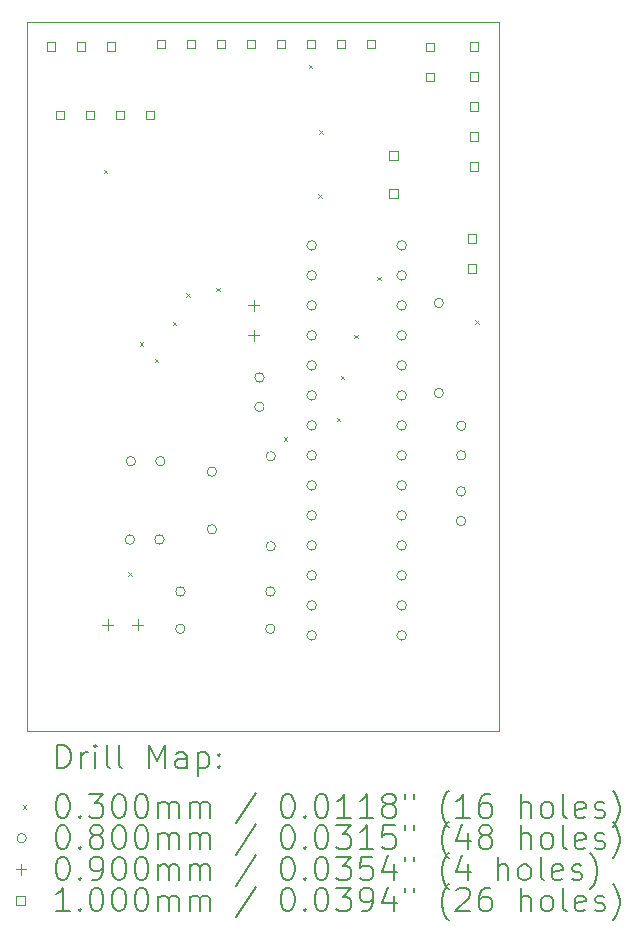
<source format=gbr>
%TF.GenerationSoftware,KiCad,Pcbnew,8.0.4*%
%TF.CreationDate,2024-12-03T14:34:08+01:00*%
%TF.ProjectId,V2,56322e6b-6963-4616-945f-706362585858,rev?*%
%TF.SameCoordinates,Original*%
%TF.FileFunction,Drillmap*%
%TF.FilePolarity,Positive*%
%FSLAX45Y45*%
G04 Gerber Fmt 4.5, Leading zero omitted, Abs format (unit mm)*
G04 Created by KiCad (PCBNEW 8.0.4) date 2024-12-03 14:34:08*
%MOMM*%
%LPD*%
G01*
G04 APERTURE LIST*
%ADD10C,0.050000*%
%ADD11C,0.200000*%
%ADD12C,0.100000*%
G04 APERTURE END LIST*
D10*
X16004000Y-4396000D02*
X16004000Y-10396000D01*
X16004000Y-10396000D02*
X20004000Y-10396000D01*
X20004000Y-10396000D02*
X20004000Y-4396000D01*
X16004000Y-4396000D02*
X20004000Y-4396000D01*
D11*
D12*
X16655000Y-5642000D02*
X16685000Y-5672000D01*
X16685000Y-5642000D02*
X16655000Y-5672000D01*
X16863000Y-9051000D02*
X16893000Y-9081000D01*
X16893000Y-9051000D02*
X16863000Y-9081000D01*
X16961000Y-7103000D02*
X16991000Y-7133000D01*
X16991000Y-7103000D02*
X16961000Y-7133000D01*
X17087000Y-7242000D02*
X17117000Y-7272000D01*
X17117000Y-7242000D02*
X17087000Y-7272000D01*
X17240150Y-6929916D02*
X17270150Y-6959916D01*
X17270150Y-6929916D02*
X17240150Y-6959916D01*
X17355000Y-6687000D02*
X17385000Y-6717000D01*
X17385000Y-6687000D02*
X17355000Y-6717000D01*
X17607000Y-6641000D02*
X17637000Y-6671000D01*
X17637000Y-6641000D02*
X17607000Y-6671000D01*
X18181000Y-7908000D02*
X18211000Y-7938000D01*
X18211000Y-7908000D02*
X18181000Y-7938000D01*
X18393000Y-4756000D02*
X18423000Y-4786000D01*
X18423000Y-4756000D02*
X18393000Y-4786000D01*
X18473000Y-5850000D02*
X18503000Y-5880000D01*
X18503000Y-5850000D02*
X18473000Y-5880000D01*
X18483000Y-5310000D02*
X18513000Y-5340000D01*
X18513000Y-5310000D02*
X18483000Y-5340000D01*
X18629000Y-7744000D02*
X18659000Y-7774000D01*
X18659000Y-7744000D02*
X18629000Y-7774000D01*
X18662000Y-7386000D02*
X18692000Y-7416000D01*
X18692000Y-7386000D02*
X18662000Y-7416000D01*
X18779000Y-7041000D02*
X18809000Y-7071000D01*
X18809000Y-7041000D02*
X18779000Y-7071000D01*
X18970000Y-6549000D02*
X19000000Y-6579000D01*
X19000000Y-6549000D02*
X18970000Y-6579000D01*
X19804000Y-6919000D02*
X19834000Y-6949000D01*
X19834000Y-6919000D02*
X19804000Y-6949000D01*
X16918000Y-8774000D02*
G75*
G02*
X16838000Y-8774000I-40000J0D01*
G01*
X16838000Y-8774000D02*
G75*
G02*
X16918000Y-8774000I40000J0D01*
G01*
X16926000Y-8111000D02*
G75*
G02*
X16846000Y-8111000I-40000J0D01*
G01*
X16846000Y-8111000D02*
G75*
G02*
X16926000Y-8111000I40000J0D01*
G01*
X17168000Y-8774000D02*
G75*
G02*
X17088000Y-8774000I-40000J0D01*
G01*
X17088000Y-8774000D02*
G75*
G02*
X17168000Y-8774000I40000J0D01*
G01*
X17176000Y-8111000D02*
G75*
G02*
X17096000Y-8111000I-40000J0D01*
G01*
X17096000Y-8111000D02*
G75*
G02*
X17176000Y-8111000I40000J0D01*
G01*
X17345000Y-9530000D02*
G75*
G02*
X17265000Y-9530000I-40000J0D01*
G01*
X17265000Y-9530000D02*
G75*
G02*
X17345000Y-9530000I40000J0D01*
G01*
X17346000Y-9214000D02*
G75*
G02*
X17266000Y-9214000I-40000J0D01*
G01*
X17266000Y-9214000D02*
G75*
G02*
X17346000Y-9214000I40000J0D01*
G01*
X17612000Y-8199500D02*
G75*
G02*
X17532000Y-8199500I-40000J0D01*
G01*
X17532000Y-8199500D02*
G75*
G02*
X17612000Y-8199500I40000J0D01*
G01*
X17612000Y-8687500D02*
G75*
G02*
X17532000Y-8687500I-40000J0D01*
G01*
X17532000Y-8687500D02*
G75*
G02*
X17612000Y-8687500I40000J0D01*
G01*
X18015000Y-7401511D02*
G75*
G02*
X17935000Y-7401511I-40000J0D01*
G01*
X17935000Y-7401511D02*
G75*
G02*
X18015000Y-7401511I40000J0D01*
G01*
X18015000Y-7651511D02*
G75*
G02*
X17935000Y-7651511I-40000J0D01*
G01*
X17935000Y-7651511D02*
G75*
G02*
X18015000Y-7651511I40000J0D01*
G01*
X18107000Y-9530000D02*
G75*
G02*
X18027000Y-9530000I-40000J0D01*
G01*
X18027000Y-9530000D02*
G75*
G02*
X18107000Y-9530000I40000J0D01*
G01*
X18108000Y-9214000D02*
G75*
G02*
X18028000Y-9214000I-40000J0D01*
G01*
X18028000Y-9214000D02*
G75*
G02*
X18108000Y-9214000I40000J0D01*
G01*
X18111000Y-8069000D02*
G75*
G02*
X18031000Y-8069000I-40000J0D01*
G01*
X18031000Y-8069000D02*
G75*
G02*
X18111000Y-8069000I40000J0D01*
G01*
X18111000Y-8831000D02*
G75*
G02*
X18031000Y-8831000I-40000J0D01*
G01*
X18031000Y-8831000D02*
G75*
G02*
X18111000Y-8831000I40000J0D01*
G01*
X18457000Y-6283500D02*
G75*
G02*
X18377000Y-6283500I-40000J0D01*
G01*
X18377000Y-6283500D02*
G75*
G02*
X18457000Y-6283500I40000J0D01*
G01*
X18457000Y-6537500D02*
G75*
G02*
X18377000Y-6537500I-40000J0D01*
G01*
X18377000Y-6537500D02*
G75*
G02*
X18457000Y-6537500I40000J0D01*
G01*
X18457000Y-6791500D02*
G75*
G02*
X18377000Y-6791500I-40000J0D01*
G01*
X18377000Y-6791500D02*
G75*
G02*
X18457000Y-6791500I40000J0D01*
G01*
X18457000Y-7045500D02*
G75*
G02*
X18377000Y-7045500I-40000J0D01*
G01*
X18377000Y-7045500D02*
G75*
G02*
X18457000Y-7045500I40000J0D01*
G01*
X18457000Y-7299500D02*
G75*
G02*
X18377000Y-7299500I-40000J0D01*
G01*
X18377000Y-7299500D02*
G75*
G02*
X18457000Y-7299500I40000J0D01*
G01*
X18457000Y-7553500D02*
G75*
G02*
X18377000Y-7553500I-40000J0D01*
G01*
X18377000Y-7553500D02*
G75*
G02*
X18457000Y-7553500I40000J0D01*
G01*
X18457000Y-7807500D02*
G75*
G02*
X18377000Y-7807500I-40000J0D01*
G01*
X18377000Y-7807500D02*
G75*
G02*
X18457000Y-7807500I40000J0D01*
G01*
X18457000Y-8061500D02*
G75*
G02*
X18377000Y-8061500I-40000J0D01*
G01*
X18377000Y-8061500D02*
G75*
G02*
X18457000Y-8061500I40000J0D01*
G01*
X18457000Y-8315500D02*
G75*
G02*
X18377000Y-8315500I-40000J0D01*
G01*
X18377000Y-8315500D02*
G75*
G02*
X18457000Y-8315500I40000J0D01*
G01*
X18457000Y-8569500D02*
G75*
G02*
X18377000Y-8569500I-40000J0D01*
G01*
X18377000Y-8569500D02*
G75*
G02*
X18457000Y-8569500I40000J0D01*
G01*
X18457000Y-8823500D02*
G75*
G02*
X18377000Y-8823500I-40000J0D01*
G01*
X18377000Y-8823500D02*
G75*
G02*
X18457000Y-8823500I40000J0D01*
G01*
X18457000Y-9077500D02*
G75*
G02*
X18377000Y-9077500I-40000J0D01*
G01*
X18377000Y-9077500D02*
G75*
G02*
X18457000Y-9077500I40000J0D01*
G01*
X18457000Y-9331500D02*
G75*
G02*
X18377000Y-9331500I-40000J0D01*
G01*
X18377000Y-9331500D02*
G75*
G02*
X18457000Y-9331500I40000J0D01*
G01*
X18457000Y-9585500D02*
G75*
G02*
X18377000Y-9585500I-40000J0D01*
G01*
X18377000Y-9585500D02*
G75*
G02*
X18457000Y-9585500I40000J0D01*
G01*
X19219000Y-6283500D02*
G75*
G02*
X19139000Y-6283500I-40000J0D01*
G01*
X19139000Y-6283500D02*
G75*
G02*
X19219000Y-6283500I40000J0D01*
G01*
X19219000Y-6537500D02*
G75*
G02*
X19139000Y-6537500I-40000J0D01*
G01*
X19139000Y-6537500D02*
G75*
G02*
X19219000Y-6537500I40000J0D01*
G01*
X19219000Y-6791500D02*
G75*
G02*
X19139000Y-6791500I-40000J0D01*
G01*
X19139000Y-6791500D02*
G75*
G02*
X19219000Y-6791500I40000J0D01*
G01*
X19219000Y-7045500D02*
G75*
G02*
X19139000Y-7045500I-40000J0D01*
G01*
X19139000Y-7045500D02*
G75*
G02*
X19219000Y-7045500I40000J0D01*
G01*
X19219000Y-7299500D02*
G75*
G02*
X19139000Y-7299500I-40000J0D01*
G01*
X19139000Y-7299500D02*
G75*
G02*
X19219000Y-7299500I40000J0D01*
G01*
X19219000Y-7553500D02*
G75*
G02*
X19139000Y-7553500I-40000J0D01*
G01*
X19139000Y-7553500D02*
G75*
G02*
X19219000Y-7553500I40000J0D01*
G01*
X19219000Y-7807500D02*
G75*
G02*
X19139000Y-7807500I-40000J0D01*
G01*
X19139000Y-7807500D02*
G75*
G02*
X19219000Y-7807500I40000J0D01*
G01*
X19219000Y-8061500D02*
G75*
G02*
X19139000Y-8061500I-40000J0D01*
G01*
X19139000Y-8061500D02*
G75*
G02*
X19219000Y-8061500I40000J0D01*
G01*
X19219000Y-8315500D02*
G75*
G02*
X19139000Y-8315500I-40000J0D01*
G01*
X19139000Y-8315500D02*
G75*
G02*
X19219000Y-8315500I40000J0D01*
G01*
X19219000Y-8569500D02*
G75*
G02*
X19139000Y-8569500I-40000J0D01*
G01*
X19139000Y-8569500D02*
G75*
G02*
X19219000Y-8569500I40000J0D01*
G01*
X19219000Y-8823500D02*
G75*
G02*
X19139000Y-8823500I-40000J0D01*
G01*
X19139000Y-8823500D02*
G75*
G02*
X19219000Y-8823500I40000J0D01*
G01*
X19219000Y-9077500D02*
G75*
G02*
X19139000Y-9077500I-40000J0D01*
G01*
X19139000Y-9077500D02*
G75*
G02*
X19219000Y-9077500I40000J0D01*
G01*
X19219000Y-9331500D02*
G75*
G02*
X19139000Y-9331500I-40000J0D01*
G01*
X19139000Y-9331500D02*
G75*
G02*
X19219000Y-9331500I40000J0D01*
G01*
X19219000Y-9585500D02*
G75*
G02*
X19139000Y-9585500I-40000J0D01*
G01*
X19139000Y-9585500D02*
G75*
G02*
X19219000Y-9585500I40000J0D01*
G01*
X19533000Y-6771000D02*
G75*
G02*
X19453000Y-6771000I-40000J0D01*
G01*
X19453000Y-6771000D02*
G75*
G02*
X19533000Y-6771000I40000J0D01*
G01*
X19533000Y-7533000D02*
G75*
G02*
X19453000Y-7533000I-40000J0D01*
G01*
X19453000Y-7533000D02*
G75*
G02*
X19533000Y-7533000I40000J0D01*
G01*
X19722000Y-8367000D02*
G75*
G02*
X19642000Y-8367000I-40000J0D01*
G01*
X19642000Y-8367000D02*
G75*
G02*
X19722000Y-8367000I40000J0D01*
G01*
X19722000Y-8617000D02*
G75*
G02*
X19642000Y-8617000I-40000J0D01*
G01*
X19642000Y-8617000D02*
G75*
G02*
X19722000Y-8617000I40000J0D01*
G01*
X19724000Y-7811000D02*
G75*
G02*
X19644000Y-7811000I-40000J0D01*
G01*
X19644000Y-7811000D02*
G75*
G02*
X19724000Y-7811000I40000J0D01*
G01*
X19724000Y-8061000D02*
G75*
G02*
X19644000Y-8061000I-40000J0D01*
G01*
X19644000Y-8061000D02*
G75*
G02*
X19724000Y-8061000I40000J0D01*
G01*
X16689500Y-9450000D02*
X16689500Y-9540000D01*
X16644500Y-9495000D02*
X16734500Y-9495000D01*
X16943500Y-9450000D02*
X16943500Y-9540000D01*
X16898500Y-9495000D02*
X16988500Y-9495000D01*
X17926000Y-6745000D02*
X17926000Y-6835000D01*
X17881000Y-6790000D02*
X17971000Y-6790000D01*
X17926000Y-6999000D02*
X17926000Y-7089000D01*
X17881000Y-7044000D02*
X17971000Y-7044000D01*
X16243856Y-4634356D02*
X16243856Y-4563644D01*
X16173144Y-4563644D01*
X16173144Y-4634356D01*
X16243856Y-4634356D01*
X16319356Y-5217356D02*
X16319356Y-5146644D01*
X16248644Y-5146644D01*
X16248644Y-5217356D01*
X16319356Y-5217356D01*
X16497856Y-4634356D02*
X16497856Y-4563644D01*
X16427144Y-4563644D01*
X16427144Y-4634356D01*
X16497856Y-4634356D01*
X16573356Y-5217356D02*
X16573356Y-5146644D01*
X16502644Y-5146644D01*
X16502644Y-5217356D01*
X16573356Y-5217356D01*
X16751856Y-4634356D02*
X16751856Y-4563644D01*
X16681144Y-4563644D01*
X16681144Y-4634356D01*
X16751856Y-4634356D01*
X16827356Y-5217356D02*
X16827356Y-5146644D01*
X16756644Y-5146644D01*
X16756644Y-5217356D01*
X16827356Y-5217356D01*
X17081356Y-5217356D02*
X17081356Y-5146644D01*
X17010644Y-5146644D01*
X17010644Y-5217356D01*
X17081356Y-5217356D01*
X17174356Y-4613356D02*
X17174356Y-4542644D01*
X17103644Y-4542644D01*
X17103644Y-4613356D01*
X17174356Y-4613356D01*
X17428356Y-4613356D02*
X17428356Y-4542644D01*
X17357644Y-4542644D01*
X17357644Y-4613356D01*
X17428356Y-4613356D01*
X17682356Y-4613356D02*
X17682356Y-4542644D01*
X17611644Y-4542644D01*
X17611644Y-4613356D01*
X17682356Y-4613356D01*
X17936356Y-4613356D02*
X17936356Y-4542644D01*
X17865644Y-4542644D01*
X17865644Y-4613356D01*
X17936356Y-4613356D01*
X18190356Y-4613356D02*
X18190356Y-4542644D01*
X18119644Y-4542644D01*
X18119644Y-4613356D01*
X18190356Y-4613356D01*
X18444356Y-4613356D02*
X18444356Y-4542644D01*
X18373644Y-4542644D01*
X18373644Y-4613356D01*
X18444356Y-4613356D01*
X18698356Y-4613356D02*
X18698356Y-4542644D01*
X18627644Y-4542644D01*
X18627644Y-4613356D01*
X18698356Y-4613356D01*
X18952356Y-4613356D02*
X18952356Y-4542644D01*
X18881644Y-4542644D01*
X18881644Y-4613356D01*
X18952356Y-4613356D01*
X19145356Y-5558356D02*
X19145356Y-5487644D01*
X19074644Y-5487644D01*
X19074644Y-5558356D01*
X19145356Y-5558356D01*
X19145356Y-5878356D02*
X19145356Y-5807644D01*
X19074644Y-5807644D01*
X19074644Y-5878356D01*
X19145356Y-5878356D01*
X19456356Y-4637856D02*
X19456356Y-4567144D01*
X19385644Y-4567144D01*
X19385644Y-4637856D01*
X19456356Y-4637856D01*
X19456356Y-4891856D02*
X19456356Y-4821144D01*
X19385644Y-4821144D01*
X19385644Y-4891856D01*
X19456356Y-4891856D01*
X19809356Y-6259356D02*
X19809356Y-6188644D01*
X19738644Y-6188644D01*
X19738644Y-6259356D01*
X19809356Y-6259356D01*
X19809356Y-6513356D02*
X19809356Y-6442644D01*
X19738644Y-6442644D01*
X19738644Y-6513356D01*
X19809356Y-6513356D01*
X19827356Y-4634356D02*
X19827356Y-4563644D01*
X19756644Y-4563644D01*
X19756644Y-4634356D01*
X19827356Y-4634356D01*
X19827356Y-4888356D02*
X19827356Y-4817644D01*
X19756644Y-4817644D01*
X19756644Y-4888356D01*
X19827356Y-4888356D01*
X19827356Y-5142356D02*
X19827356Y-5071644D01*
X19756644Y-5071644D01*
X19756644Y-5142356D01*
X19827356Y-5142356D01*
X19827356Y-5396356D02*
X19827356Y-5325644D01*
X19756644Y-5325644D01*
X19756644Y-5396356D01*
X19827356Y-5396356D01*
X19827356Y-5650356D02*
X19827356Y-5579644D01*
X19756644Y-5579644D01*
X19756644Y-5650356D01*
X19827356Y-5650356D01*
D11*
X16262277Y-10709984D02*
X16262277Y-10509984D01*
X16262277Y-10509984D02*
X16309896Y-10509984D01*
X16309896Y-10509984D02*
X16338467Y-10519508D01*
X16338467Y-10519508D02*
X16357515Y-10538555D01*
X16357515Y-10538555D02*
X16367039Y-10557603D01*
X16367039Y-10557603D02*
X16376562Y-10595698D01*
X16376562Y-10595698D02*
X16376562Y-10624270D01*
X16376562Y-10624270D02*
X16367039Y-10662365D01*
X16367039Y-10662365D02*
X16357515Y-10681412D01*
X16357515Y-10681412D02*
X16338467Y-10700460D01*
X16338467Y-10700460D02*
X16309896Y-10709984D01*
X16309896Y-10709984D02*
X16262277Y-10709984D01*
X16462277Y-10709984D02*
X16462277Y-10576650D01*
X16462277Y-10614746D02*
X16471801Y-10595698D01*
X16471801Y-10595698D02*
X16481324Y-10586174D01*
X16481324Y-10586174D02*
X16500372Y-10576650D01*
X16500372Y-10576650D02*
X16519420Y-10576650D01*
X16586086Y-10709984D02*
X16586086Y-10576650D01*
X16586086Y-10509984D02*
X16576562Y-10519508D01*
X16576562Y-10519508D02*
X16586086Y-10529031D01*
X16586086Y-10529031D02*
X16595610Y-10519508D01*
X16595610Y-10519508D02*
X16586086Y-10509984D01*
X16586086Y-10509984D02*
X16586086Y-10529031D01*
X16709896Y-10709984D02*
X16690848Y-10700460D01*
X16690848Y-10700460D02*
X16681324Y-10681412D01*
X16681324Y-10681412D02*
X16681324Y-10509984D01*
X16814658Y-10709984D02*
X16795610Y-10700460D01*
X16795610Y-10700460D02*
X16786086Y-10681412D01*
X16786086Y-10681412D02*
X16786086Y-10509984D01*
X17043229Y-10709984D02*
X17043229Y-10509984D01*
X17043229Y-10509984D02*
X17109896Y-10652841D01*
X17109896Y-10652841D02*
X17176563Y-10509984D01*
X17176563Y-10509984D02*
X17176563Y-10709984D01*
X17357515Y-10709984D02*
X17357515Y-10605222D01*
X17357515Y-10605222D02*
X17347991Y-10586174D01*
X17347991Y-10586174D02*
X17328944Y-10576650D01*
X17328944Y-10576650D02*
X17290848Y-10576650D01*
X17290848Y-10576650D02*
X17271801Y-10586174D01*
X17357515Y-10700460D02*
X17338467Y-10709984D01*
X17338467Y-10709984D02*
X17290848Y-10709984D01*
X17290848Y-10709984D02*
X17271801Y-10700460D01*
X17271801Y-10700460D02*
X17262277Y-10681412D01*
X17262277Y-10681412D02*
X17262277Y-10662365D01*
X17262277Y-10662365D02*
X17271801Y-10643317D01*
X17271801Y-10643317D02*
X17290848Y-10633793D01*
X17290848Y-10633793D02*
X17338467Y-10633793D01*
X17338467Y-10633793D02*
X17357515Y-10624270D01*
X17452753Y-10576650D02*
X17452753Y-10776650D01*
X17452753Y-10586174D02*
X17471801Y-10576650D01*
X17471801Y-10576650D02*
X17509896Y-10576650D01*
X17509896Y-10576650D02*
X17528944Y-10586174D01*
X17528944Y-10586174D02*
X17538467Y-10595698D01*
X17538467Y-10595698D02*
X17547991Y-10614746D01*
X17547991Y-10614746D02*
X17547991Y-10671889D01*
X17547991Y-10671889D02*
X17538467Y-10690936D01*
X17538467Y-10690936D02*
X17528944Y-10700460D01*
X17528944Y-10700460D02*
X17509896Y-10709984D01*
X17509896Y-10709984D02*
X17471801Y-10709984D01*
X17471801Y-10709984D02*
X17452753Y-10700460D01*
X17633705Y-10690936D02*
X17643229Y-10700460D01*
X17643229Y-10700460D02*
X17633705Y-10709984D01*
X17633705Y-10709984D02*
X17624182Y-10700460D01*
X17624182Y-10700460D02*
X17633705Y-10690936D01*
X17633705Y-10690936D02*
X17633705Y-10709984D01*
X17633705Y-10586174D02*
X17643229Y-10595698D01*
X17643229Y-10595698D02*
X17633705Y-10605222D01*
X17633705Y-10605222D02*
X17624182Y-10595698D01*
X17624182Y-10595698D02*
X17633705Y-10586174D01*
X17633705Y-10586174D02*
X17633705Y-10605222D01*
D12*
X15971500Y-11023500D02*
X16001500Y-11053500D01*
X16001500Y-11023500D02*
X15971500Y-11053500D01*
D11*
X16300372Y-10929984D02*
X16319420Y-10929984D01*
X16319420Y-10929984D02*
X16338467Y-10939508D01*
X16338467Y-10939508D02*
X16347991Y-10949031D01*
X16347991Y-10949031D02*
X16357515Y-10968079D01*
X16357515Y-10968079D02*
X16367039Y-11006174D01*
X16367039Y-11006174D02*
X16367039Y-11053793D01*
X16367039Y-11053793D02*
X16357515Y-11091889D01*
X16357515Y-11091889D02*
X16347991Y-11110936D01*
X16347991Y-11110936D02*
X16338467Y-11120460D01*
X16338467Y-11120460D02*
X16319420Y-11129984D01*
X16319420Y-11129984D02*
X16300372Y-11129984D01*
X16300372Y-11129984D02*
X16281324Y-11120460D01*
X16281324Y-11120460D02*
X16271801Y-11110936D01*
X16271801Y-11110936D02*
X16262277Y-11091889D01*
X16262277Y-11091889D02*
X16252753Y-11053793D01*
X16252753Y-11053793D02*
X16252753Y-11006174D01*
X16252753Y-11006174D02*
X16262277Y-10968079D01*
X16262277Y-10968079D02*
X16271801Y-10949031D01*
X16271801Y-10949031D02*
X16281324Y-10939508D01*
X16281324Y-10939508D02*
X16300372Y-10929984D01*
X16452753Y-11110936D02*
X16462277Y-11120460D01*
X16462277Y-11120460D02*
X16452753Y-11129984D01*
X16452753Y-11129984D02*
X16443229Y-11120460D01*
X16443229Y-11120460D02*
X16452753Y-11110936D01*
X16452753Y-11110936D02*
X16452753Y-11129984D01*
X16528943Y-10929984D02*
X16652753Y-10929984D01*
X16652753Y-10929984D02*
X16586086Y-11006174D01*
X16586086Y-11006174D02*
X16614658Y-11006174D01*
X16614658Y-11006174D02*
X16633705Y-11015698D01*
X16633705Y-11015698D02*
X16643229Y-11025222D01*
X16643229Y-11025222D02*
X16652753Y-11044270D01*
X16652753Y-11044270D02*
X16652753Y-11091889D01*
X16652753Y-11091889D02*
X16643229Y-11110936D01*
X16643229Y-11110936D02*
X16633705Y-11120460D01*
X16633705Y-11120460D02*
X16614658Y-11129984D01*
X16614658Y-11129984D02*
X16557515Y-11129984D01*
X16557515Y-11129984D02*
X16538467Y-11120460D01*
X16538467Y-11120460D02*
X16528943Y-11110936D01*
X16776562Y-10929984D02*
X16795610Y-10929984D01*
X16795610Y-10929984D02*
X16814658Y-10939508D01*
X16814658Y-10939508D02*
X16824182Y-10949031D01*
X16824182Y-10949031D02*
X16833705Y-10968079D01*
X16833705Y-10968079D02*
X16843229Y-11006174D01*
X16843229Y-11006174D02*
X16843229Y-11053793D01*
X16843229Y-11053793D02*
X16833705Y-11091889D01*
X16833705Y-11091889D02*
X16824182Y-11110936D01*
X16824182Y-11110936D02*
X16814658Y-11120460D01*
X16814658Y-11120460D02*
X16795610Y-11129984D01*
X16795610Y-11129984D02*
X16776562Y-11129984D01*
X16776562Y-11129984D02*
X16757515Y-11120460D01*
X16757515Y-11120460D02*
X16747991Y-11110936D01*
X16747991Y-11110936D02*
X16738467Y-11091889D01*
X16738467Y-11091889D02*
X16728943Y-11053793D01*
X16728943Y-11053793D02*
X16728943Y-11006174D01*
X16728943Y-11006174D02*
X16738467Y-10968079D01*
X16738467Y-10968079D02*
X16747991Y-10949031D01*
X16747991Y-10949031D02*
X16757515Y-10939508D01*
X16757515Y-10939508D02*
X16776562Y-10929984D01*
X16967039Y-10929984D02*
X16986086Y-10929984D01*
X16986086Y-10929984D02*
X17005134Y-10939508D01*
X17005134Y-10939508D02*
X17014658Y-10949031D01*
X17014658Y-10949031D02*
X17024182Y-10968079D01*
X17024182Y-10968079D02*
X17033705Y-11006174D01*
X17033705Y-11006174D02*
X17033705Y-11053793D01*
X17033705Y-11053793D02*
X17024182Y-11091889D01*
X17024182Y-11091889D02*
X17014658Y-11110936D01*
X17014658Y-11110936D02*
X17005134Y-11120460D01*
X17005134Y-11120460D02*
X16986086Y-11129984D01*
X16986086Y-11129984D02*
X16967039Y-11129984D01*
X16967039Y-11129984D02*
X16947991Y-11120460D01*
X16947991Y-11120460D02*
X16938467Y-11110936D01*
X16938467Y-11110936D02*
X16928944Y-11091889D01*
X16928944Y-11091889D02*
X16919420Y-11053793D01*
X16919420Y-11053793D02*
X16919420Y-11006174D01*
X16919420Y-11006174D02*
X16928944Y-10968079D01*
X16928944Y-10968079D02*
X16938467Y-10949031D01*
X16938467Y-10949031D02*
X16947991Y-10939508D01*
X16947991Y-10939508D02*
X16967039Y-10929984D01*
X17119420Y-11129984D02*
X17119420Y-10996650D01*
X17119420Y-11015698D02*
X17128944Y-11006174D01*
X17128944Y-11006174D02*
X17147991Y-10996650D01*
X17147991Y-10996650D02*
X17176563Y-10996650D01*
X17176563Y-10996650D02*
X17195610Y-11006174D01*
X17195610Y-11006174D02*
X17205134Y-11025222D01*
X17205134Y-11025222D02*
X17205134Y-11129984D01*
X17205134Y-11025222D02*
X17214658Y-11006174D01*
X17214658Y-11006174D02*
X17233705Y-10996650D01*
X17233705Y-10996650D02*
X17262277Y-10996650D01*
X17262277Y-10996650D02*
X17281325Y-11006174D01*
X17281325Y-11006174D02*
X17290848Y-11025222D01*
X17290848Y-11025222D02*
X17290848Y-11129984D01*
X17386086Y-11129984D02*
X17386086Y-10996650D01*
X17386086Y-11015698D02*
X17395610Y-11006174D01*
X17395610Y-11006174D02*
X17414658Y-10996650D01*
X17414658Y-10996650D02*
X17443229Y-10996650D01*
X17443229Y-10996650D02*
X17462277Y-11006174D01*
X17462277Y-11006174D02*
X17471801Y-11025222D01*
X17471801Y-11025222D02*
X17471801Y-11129984D01*
X17471801Y-11025222D02*
X17481325Y-11006174D01*
X17481325Y-11006174D02*
X17500372Y-10996650D01*
X17500372Y-10996650D02*
X17528944Y-10996650D01*
X17528944Y-10996650D02*
X17547991Y-11006174D01*
X17547991Y-11006174D02*
X17557515Y-11025222D01*
X17557515Y-11025222D02*
X17557515Y-11129984D01*
X17947991Y-10920460D02*
X17776563Y-11177603D01*
X18205134Y-10929984D02*
X18224182Y-10929984D01*
X18224182Y-10929984D02*
X18243229Y-10939508D01*
X18243229Y-10939508D02*
X18252753Y-10949031D01*
X18252753Y-10949031D02*
X18262277Y-10968079D01*
X18262277Y-10968079D02*
X18271801Y-11006174D01*
X18271801Y-11006174D02*
X18271801Y-11053793D01*
X18271801Y-11053793D02*
X18262277Y-11091889D01*
X18262277Y-11091889D02*
X18252753Y-11110936D01*
X18252753Y-11110936D02*
X18243229Y-11120460D01*
X18243229Y-11120460D02*
X18224182Y-11129984D01*
X18224182Y-11129984D02*
X18205134Y-11129984D01*
X18205134Y-11129984D02*
X18186087Y-11120460D01*
X18186087Y-11120460D02*
X18176563Y-11110936D01*
X18176563Y-11110936D02*
X18167039Y-11091889D01*
X18167039Y-11091889D02*
X18157515Y-11053793D01*
X18157515Y-11053793D02*
X18157515Y-11006174D01*
X18157515Y-11006174D02*
X18167039Y-10968079D01*
X18167039Y-10968079D02*
X18176563Y-10949031D01*
X18176563Y-10949031D02*
X18186087Y-10939508D01*
X18186087Y-10939508D02*
X18205134Y-10929984D01*
X18357515Y-11110936D02*
X18367039Y-11120460D01*
X18367039Y-11120460D02*
X18357515Y-11129984D01*
X18357515Y-11129984D02*
X18347991Y-11120460D01*
X18347991Y-11120460D02*
X18357515Y-11110936D01*
X18357515Y-11110936D02*
X18357515Y-11129984D01*
X18490848Y-10929984D02*
X18509896Y-10929984D01*
X18509896Y-10929984D02*
X18528944Y-10939508D01*
X18528944Y-10939508D02*
X18538468Y-10949031D01*
X18538468Y-10949031D02*
X18547991Y-10968079D01*
X18547991Y-10968079D02*
X18557515Y-11006174D01*
X18557515Y-11006174D02*
X18557515Y-11053793D01*
X18557515Y-11053793D02*
X18547991Y-11091889D01*
X18547991Y-11091889D02*
X18538468Y-11110936D01*
X18538468Y-11110936D02*
X18528944Y-11120460D01*
X18528944Y-11120460D02*
X18509896Y-11129984D01*
X18509896Y-11129984D02*
X18490848Y-11129984D01*
X18490848Y-11129984D02*
X18471801Y-11120460D01*
X18471801Y-11120460D02*
X18462277Y-11110936D01*
X18462277Y-11110936D02*
X18452753Y-11091889D01*
X18452753Y-11091889D02*
X18443229Y-11053793D01*
X18443229Y-11053793D02*
X18443229Y-11006174D01*
X18443229Y-11006174D02*
X18452753Y-10968079D01*
X18452753Y-10968079D02*
X18462277Y-10949031D01*
X18462277Y-10949031D02*
X18471801Y-10939508D01*
X18471801Y-10939508D02*
X18490848Y-10929984D01*
X18747991Y-11129984D02*
X18633706Y-11129984D01*
X18690848Y-11129984D02*
X18690848Y-10929984D01*
X18690848Y-10929984D02*
X18671801Y-10958555D01*
X18671801Y-10958555D02*
X18652753Y-10977603D01*
X18652753Y-10977603D02*
X18633706Y-10987127D01*
X18938468Y-11129984D02*
X18824182Y-11129984D01*
X18881325Y-11129984D02*
X18881325Y-10929984D01*
X18881325Y-10929984D02*
X18862277Y-10958555D01*
X18862277Y-10958555D02*
X18843229Y-10977603D01*
X18843229Y-10977603D02*
X18824182Y-10987127D01*
X19052753Y-11015698D02*
X19033706Y-11006174D01*
X19033706Y-11006174D02*
X19024182Y-10996650D01*
X19024182Y-10996650D02*
X19014658Y-10977603D01*
X19014658Y-10977603D02*
X19014658Y-10968079D01*
X19014658Y-10968079D02*
X19024182Y-10949031D01*
X19024182Y-10949031D02*
X19033706Y-10939508D01*
X19033706Y-10939508D02*
X19052753Y-10929984D01*
X19052753Y-10929984D02*
X19090849Y-10929984D01*
X19090849Y-10929984D02*
X19109896Y-10939508D01*
X19109896Y-10939508D02*
X19119420Y-10949031D01*
X19119420Y-10949031D02*
X19128944Y-10968079D01*
X19128944Y-10968079D02*
X19128944Y-10977603D01*
X19128944Y-10977603D02*
X19119420Y-10996650D01*
X19119420Y-10996650D02*
X19109896Y-11006174D01*
X19109896Y-11006174D02*
X19090849Y-11015698D01*
X19090849Y-11015698D02*
X19052753Y-11015698D01*
X19052753Y-11015698D02*
X19033706Y-11025222D01*
X19033706Y-11025222D02*
X19024182Y-11034746D01*
X19024182Y-11034746D02*
X19014658Y-11053793D01*
X19014658Y-11053793D02*
X19014658Y-11091889D01*
X19014658Y-11091889D02*
X19024182Y-11110936D01*
X19024182Y-11110936D02*
X19033706Y-11120460D01*
X19033706Y-11120460D02*
X19052753Y-11129984D01*
X19052753Y-11129984D02*
X19090849Y-11129984D01*
X19090849Y-11129984D02*
X19109896Y-11120460D01*
X19109896Y-11120460D02*
X19119420Y-11110936D01*
X19119420Y-11110936D02*
X19128944Y-11091889D01*
X19128944Y-11091889D02*
X19128944Y-11053793D01*
X19128944Y-11053793D02*
X19119420Y-11034746D01*
X19119420Y-11034746D02*
X19109896Y-11025222D01*
X19109896Y-11025222D02*
X19090849Y-11015698D01*
X19205134Y-10929984D02*
X19205134Y-10968079D01*
X19281325Y-10929984D02*
X19281325Y-10968079D01*
X19576563Y-11206174D02*
X19567039Y-11196650D01*
X19567039Y-11196650D02*
X19547991Y-11168079D01*
X19547991Y-11168079D02*
X19538468Y-11149031D01*
X19538468Y-11149031D02*
X19528944Y-11120460D01*
X19528944Y-11120460D02*
X19519420Y-11072841D01*
X19519420Y-11072841D02*
X19519420Y-11034746D01*
X19519420Y-11034746D02*
X19528944Y-10987127D01*
X19528944Y-10987127D02*
X19538468Y-10958555D01*
X19538468Y-10958555D02*
X19547991Y-10939508D01*
X19547991Y-10939508D02*
X19567039Y-10910936D01*
X19567039Y-10910936D02*
X19576563Y-10901412D01*
X19757515Y-11129984D02*
X19643230Y-11129984D01*
X19700372Y-11129984D02*
X19700372Y-10929984D01*
X19700372Y-10929984D02*
X19681325Y-10958555D01*
X19681325Y-10958555D02*
X19662277Y-10977603D01*
X19662277Y-10977603D02*
X19643230Y-10987127D01*
X19928944Y-10929984D02*
X19890849Y-10929984D01*
X19890849Y-10929984D02*
X19871801Y-10939508D01*
X19871801Y-10939508D02*
X19862277Y-10949031D01*
X19862277Y-10949031D02*
X19843230Y-10977603D01*
X19843230Y-10977603D02*
X19833706Y-11015698D01*
X19833706Y-11015698D02*
X19833706Y-11091889D01*
X19833706Y-11091889D02*
X19843230Y-11110936D01*
X19843230Y-11110936D02*
X19852753Y-11120460D01*
X19852753Y-11120460D02*
X19871801Y-11129984D01*
X19871801Y-11129984D02*
X19909896Y-11129984D01*
X19909896Y-11129984D02*
X19928944Y-11120460D01*
X19928944Y-11120460D02*
X19938468Y-11110936D01*
X19938468Y-11110936D02*
X19947991Y-11091889D01*
X19947991Y-11091889D02*
X19947991Y-11044270D01*
X19947991Y-11044270D02*
X19938468Y-11025222D01*
X19938468Y-11025222D02*
X19928944Y-11015698D01*
X19928944Y-11015698D02*
X19909896Y-11006174D01*
X19909896Y-11006174D02*
X19871801Y-11006174D01*
X19871801Y-11006174D02*
X19852753Y-11015698D01*
X19852753Y-11015698D02*
X19843230Y-11025222D01*
X19843230Y-11025222D02*
X19833706Y-11044270D01*
X20186087Y-11129984D02*
X20186087Y-10929984D01*
X20271801Y-11129984D02*
X20271801Y-11025222D01*
X20271801Y-11025222D02*
X20262277Y-11006174D01*
X20262277Y-11006174D02*
X20243230Y-10996650D01*
X20243230Y-10996650D02*
X20214658Y-10996650D01*
X20214658Y-10996650D02*
X20195611Y-11006174D01*
X20195611Y-11006174D02*
X20186087Y-11015698D01*
X20395611Y-11129984D02*
X20376563Y-11120460D01*
X20376563Y-11120460D02*
X20367039Y-11110936D01*
X20367039Y-11110936D02*
X20357515Y-11091889D01*
X20357515Y-11091889D02*
X20357515Y-11034746D01*
X20357515Y-11034746D02*
X20367039Y-11015698D01*
X20367039Y-11015698D02*
X20376563Y-11006174D01*
X20376563Y-11006174D02*
X20395611Y-10996650D01*
X20395611Y-10996650D02*
X20424182Y-10996650D01*
X20424182Y-10996650D02*
X20443230Y-11006174D01*
X20443230Y-11006174D02*
X20452753Y-11015698D01*
X20452753Y-11015698D02*
X20462277Y-11034746D01*
X20462277Y-11034746D02*
X20462277Y-11091889D01*
X20462277Y-11091889D02*
X20452753Y-11110936D01*
X20452753Y-11110936D02*
X20443230Y-11120460D01*
X20443230Y-11120460D02*
X20424182Y-11129984D01*
X20424182Y-11129984D02*
X20395611Y-11129984D01*
X20576563Y-11129984D02*
X20557515Y-11120460D01*
X20557515Y-11120460D02*
X20547992Y-11101412D01*
X20547992Y-11101412D02*
X20547992Y-10929984D01*
X20728944Y-11120460D02*
X20709896Y-11129984D01*
X20709896Y-11129984D02*
X20671801Y-11129984D01*
X20671801Y-11129984D02*
X20652753Y-11120460D01*
X20652753Y-11120460D02*
X20643230Y-11101412D01*
X20643230Y-11101412D02*
X20643230Y-11025222D01*
X20643230Y-11025222D02*
X20652753Y-11006174D01*
X20652753Y-11006174D02*
X20671801Y-10996650D01*
X20671801Y-10996650D02*
X20709896Y-10996650D01*
X20709896Y-10996650D02*
X20728944Y-11006174D01*
X20728944Y-11006174D02*
X20738468Y-11025222D01*
X20738468Y-11025222D02*
X20738468Y-11044270D01*
X20738468Y-11044270D02*
X20643230Y-11063317D01*
X20814658Y-11120460D02*
X20833706Y-11129984D01*
X20833706Y-11129984D02*
X20871801Y-11129984D01*
X20871801Y-11129984D02*
X20890849Y-11120460D01*
X20890849Y-11120460D02*
X20900373Y-11101412D01*
X20900373Y-11101412D02*
X20900373Y-11091889D01*
X20900373Y-11091889D02*
X20890849Y-11072841D01*
X20890849Y-11072841D02*
X20871801Y-11063317D01*
X20871801Y-11063317D02*
X20843230Y-11063317D01*
X20843230Y-11063317D02*
X20824182Y-11053793D01*
X20824182Y-11053793D02*
X20814658Y-11034746D01*
X20814658Y-11034746D02*
X20814658Y-11025222D01*
X20814658Y-11025222D02*
X20824182Y-11006174D01*
X20824182Y-11006174D02*
X20843230Y-10996650D01*
X20843230Y-10996650D02*
X20871801Y-10996650D01*
X20871801Y-10996650D02*
X20890849Y-11006174D01*
X20967039Y-11206174D02*
X20976563Y-11196650D01*
X20976563Y-11196650D02*
X20995611Y-11168079D01*
X20995611Y-11168079D02*
X21005134Y-11149031D01*
X21005134Y-11149031D02*
X21014658Y-11120460D01*
X21014658Y-11120460D02*
X21024182Y-11072841D01*
X21024182Y-11072841D02*
X21024182Y-11034746D01*
X21024182Y-11034746D02*
X21014658Y-10987127D01*
X21014658Y-10987127D02*
X21005134Y-10958555D01*
X21005134Y-10958555D02*
X20995611Y-10939508D01*
X20995611Y-10939508D02*
X20976563Y-10910936D01*
X20976563Y-10910936D02*
X20967039Y-10901412D01*
D12*
X16001500Y-11302500D02*
G75*
G02*
X15921500Y-11302500I-40000J0D01*
G01*
X15921500Y-11302500D02*
G75*
G02*
X16001500Y-11302500I40000J0D01*
G01*
D11*
X16300372Y-11193984D02*
X16319420Y-11193984D01*
X16319420Y-11193984D02*
X16338467Y-11203508D01*
X16338467Y-11203508D02*
X16347991Y-11213031D01*
X16347991Y-11213031D02*
X16357515Y-11232079D01*
X16357515Y-11232079D02*
X16367039Y-11270174D01*
X16367039Y-11270174D02*
X16367039Y-11317793D01*
X16367039Y-11317793D02*
X16357515Y-11355888D01*
X16357515Y-11355888D02*
X16347991Y-11374936D01*
X16347991Y-11374936D02*
X16338467Y-11384460D01*
X16338467Y-11384460D02*
X16319420Y-11393984D01*
X16319420Y-11393984D02*
X16300372Y-11393984D01*
X16300372Y-11393984D02*
X16281324Y-11384460D01*
X16281324Y-11384460D02*
X16271801Y-11374936D01*
X16271801Y-11374936D02*
X16262277Y-11355888D01*
X16262277Y-11355888D02*
X16252753Y-11317793D01*
X16252753Y-11317793D02*
X16252753Y-11270174D01*
X16252753Y-11270174D02*
X16262277Y-11232079D01*
X16262277Y-11232079D02*
X16271801Y-11213031D01*
X16271801Y-11213031D02*
X16281324Y-11203508D01*
X16281324Y-11203508D02*
X16300372Y-11193984D01*
X16452753Y-11374936D02*
X16462277Y-11384460D01*
X16462277Y-11384460D02*
X16452753Y-11393984D01*
X16452753Y-11393984D02*
X16443229Y-11384460D01*
X16443229Y-11384460D02*
X16452753Y-11374936D01*
X16452753Y-11374936D02*
X16452753Y-11393984D01*
X16576562Y-11279698D02*
X16557515Y-11270174D01*
X16557515Y-11270174D02*
X16547991Y-11260650D01*
X16547991Y-11260650D02*
X16538467Y-11241603D01*
X16538467Y-11241603D02*
X16538467Y-11232079D01*
X16538467Y-11232079D02*
X16547991Y-11213031D01*
X16547991Y-11213031D02*
X16557515Y-11203508D01*
X16557515Y-11203508D02*
X16576562Y-11193984D01*
X16576562Y-11193984D02*
X16614658Y-11193984D01*
X16614658Y-11193984D02*
X16633705Y-11203508D01*
X16633705Y-11203508D02*
X16643229Y-11213031D01*
X16643229Y-11213031D02*
X16652753Y-11232079D01*
X16652753Y-11232079D02*
X16652753Y-11241603D01*
X16652753Y-11241603D02*
X16643229Y-11260650D01*
X16643229Y-11260650D02*
X16633705Y-11270174D01*
X16633705Y-11270174D02*
X16614658Y-11279698D01*
X16614658Y-11279698D02*
X16576562Y-11279698D01*
X16576562Y-11279698D02*
X16557515Y-11289222D01*
X16557515Y-11289222D02*
X16547991Y-11298746D01*
X16547991Y-11298746D02*
X16538467Y-11317793D01*
X16538467Y-11317793D02*
X16538467Y-11355888D01*
X16538467Y-11355888D02*
X16547991Y-11374936D01*
X16547991Y-11374936D02*
X16557515Y-11384460D01*
X16557515Y-11384460D02*
X16576562Y-11393984D01*
X16576562Y-11393984D02*
X16614658Y-11393984D01*
X16614658Y-11393984D02*
X16633705Y-11384460D01*
X16633705Y-11384460D02*
X16643229Y-11374936D01*
X16643229Y-11374936D02*
X16652753Y-11355888D01*
X16652753Y-11355888D02*
X16652753Y-11317793D01*
X16652753Y-11317793D02*
X16643229Y-11298746D01*
X16643229Y-11298746D02*
X16633705Y-11289222D01*
X16633705Y-11289222D02*
X16614658Y-11279698D01*
X16776562Y-11193984D02*
X16795610Y-11193984D01*
X16795610Y-11193984D02*
X16814658Y-11203508D01*
X16814658Y-11203508D02*
X16824182Y-11213031D01*
X16824182Y-11213031D02*
X16833705Y-11232079D01*
X16833705Y-11232079D02*
X16843229Y-11270174D01*
X16843229Y-11270174D02*
X16843229Y-11317793D01*
X16843229Y-11317793D02*
X16833705Y-11355888D01*
X16833705Y-11355888D02*
X16824182Y-11374936D01*
X16824182Y-11374936D02*
X16814658Y-11384460D01*
X16814658Y-11384460D02*
X16795610Y-11393984D01*
X16795610Y-11393984D02*
X16776562Y-11393984D01*
X16776562Y-11393984D02*
X16757515Y-11384460D01*
X16757515Y-11384460D02*
X16747991Y-11374936D01*
X16747991Y-11374936D02*
X16738467Y-11355888D01*
X16738467Y-11355888D02*
X16728943Y-11317793D01*
X16728943Y-11317793D02*
X16728943Y-11270174D01*
X16728943Y-11270174D02*
X16738467Y-11232079D01*
X16738467Y-11232079D02*
X16747991Y-11213031D01*
X16747991Y-11213031D02*
X16757515Y-11203508D01*
X16757515Y-11203508D02*
X16776562Y-11193984D01*
X16967039Y-11193984D02*
X16986086Y-11193984D01*
X16986086Y-11193984D02*
X17005134Y-11203508D01*
X17005134Y-11203508D02*
X17014658Y-11213031D01*
X17014658Y-11213031D02*
X17024182Y-11232079D01*
X17024182Y-11232079D02*
X17033705Y-11270174D01*
X17033705Y-11270174D02*
X17033705Y-11317793D01*
X17033705Y-11317793D02*
X17024182Y-11355888D01*
X17024182Y-11355888D02*
X17014658Y-11374936D01*
X17014658Y-11374936D02*
X17005134Y-11384460D01*
X17005134Y-11384460D02*
X16986086Y-11393984D01*
X16986086Y-11393984D02*
X16967039Y-11393984D01*
X16967039Y-11393984D02*
X16947991Y-11384460D01*
X16947991Y-11384460D02*
X16938467Y-11374936D01*
X16938467Y-11374936D02*
X16928944Y-11355888D01*
X16928944Y-11355888D02*
X16919420Y-11317793D01*
X16919420Y-11317793D02*
X16919420Y-11270174D01*
X16919420Y-11270174D02*
X16928944Y-11232079D01*
X16928944Y-11232079D02*
X16938467Y-11213031D01*
X16938467Y-11213031D02*
X16947991Y-11203508D01*
X16947991Y-11203508D02*
X16967039Y-11193984D01*
X17119420Y-11393984D02*
X17119420Y-11260650D01*
X17119420Y-11279698D02*
X17128944Y-11270174D01*
X17128944Y-11270174D02*
X17147991Y-11260650D01*
X17147991Y-11260650D02*
X17176563Y-11260650D01*
X17176563Y-11260650D02*
X17195610Y-11270174D01*
X17195610Y-11270174D02*
X17205134Y-11289222D01*
X17205134Y-11289222D02*
X17205134Y-11393984D01*
X17205134Y-11289222D02*
X17214658Y-11270174D01*
X17214658Y-11270174D02*
X17233705Y-11260650D01*
X17233705Y-11260650D02*
X17262277Y-11260650D01*
X17262277Y-11260650D02*
X17281325Y-11270174D01*
X17281325Y-11270174D02*
X17290848Y-11289222D01*
X17290848Y-11289222D02*
X17290848Y-11393984D01*
X17386086Y-11393984D02*
X17386086Y-11260650D01*
X17386086Y-11279698D02*
X17395610Y-11270174D01*
X17395610Y-11270174D02*
X17414658Y-11260650D01*
X17414658Y-11260650D02*
X17443229Y-11260650D01*
X17443229Y-11260650D02*
X17462277Y-11270174D01*
X17462277Y-11270174D02*
X17471801Y-11289222D01*
X17471801Y-11289222D02*
X17471801Y-11393984D01*
X17471801Y-11289222D02*
X17481325Y-11270174D01*
X17481325Y-11270174D02*
X17500372Y-11260650D01*
X17500372Y-11260650D02*
X17528944Y-11260650D01*
X17528944Y-11260650D02*
X17547991Y-11270174D01*
X17547991Y-11270174D02*
X17557515Y-11289222D01*
X17557515Y-11289222D02*
X17557515Y-11393984D01*
X17947991Y-11184460D02*
X17776563Y-11441603D01*
X18205134Y-11193984D02*
X18224182Y-11193984D01*
X18224182Y-11193984D02*
X18243229Y-11203508D01*
X18243229Y-11203508D02*
X18252753Y-11213031D01*
X18252753Y-11213031D02*
X18262277Y-11232079D01*
X18262277Y-11232079D02*
X18271801Y-11270174D01*
X18271801Y-11270174D02*
X18271801Y-11317793D01*
X18271801Y-11317793D02*
X18262277Y-11355888D01*
X18262277Y-11355888D02*
X18252753Y-11374936D01*
X18252753Y-11374936D02*
X18243229Y-11384460D01*
X18243229Y-11384460D02*
X18224182Y-11393984D01*
X18224182Y-11393984D02*
X18205134Y-11393984D01*
X18205134Y-11393984D02*
X18186087Y-11384460D01*
X18186087Y-11384460D02*
X18176563Y-11374936D01*
X18176563Y-11374936D02*
X18167039Y-11355888D01*
X18167039Y-11355888D02*
X18157515Y-11317793D01*
X18157515Y-11317793D02*
X18157515Y-11270174D01*
X18157515Y-11270174D02*
X18167039Y-11232079D01*
X18167039Y-11232079D02*
X18176563Y-11213031D01*
X18176563Y-11213031D02*
X18186087Y-11203508D01*
X18186087Y-11203508D02*
X18205134Y-11193984D01*
X18357515Y-11374936D02*
X18367039Y-11384460D01*
X18367039Y-11384460D02*
X18357515Y-11393984D01*
X18357515Y-11393984D02*
X18347991Y-11384460D01*
X18347991Y-11384460D02*
X18357515Y-11374936D01*
X18357515Y-11374936D02*
X18357515Y-11393984D01*
X18490848Y-11193984D02*
X18509896Y-11193984D01*
X18509896Y-11193984D02*
X18528944Y-11203508D01*
X18528944Y-11203508D02*
X18538468Y-11213031D01*
X18538468Y-11213031D02*
X18547991Y-11232079D01*
X18547991Y-11232079D02*
X18557515Y-11270174D01*
X18557515Y-11270174D02*
X18557515Y-11317793D01*
X18557515Y-11317793D02*
X18547991Y-11355888D01*
X18547991Y-11355888D02*
X18538468Y-11374936D01*
X18538468Y-11374936D02*
X18528944Y-11384460D01*
X18528944Y-11384460D02*
X18509896Y-11393984D01*
X18509896Y-11393984D02*
X18490848Y-11393984D01*
X18490848Y-11393984D02*
X18471801Y-11384460D01*
X18471801Y-11384460D02*
X18462277Y-11374936D01*
X18462277Y-11374936D02*
X18452753Y-11355888D01*
X18452753Y-11355888D02*
X18443229Y-11317793D01*
X18443229Y-11317793D02*
X18443229Y-11270174D01*
X18443229Y-11270174D02*
X18452753Y-11232079D01*
X18452753Y-11232079D02*
X18462277Y-11213031D01*
X18462277Y-11213031D02*
X18471801Y-11203508D01*
X18471801Y-11203508D02*
X18490848Y-11193984D01*
X18624182Y-11193984D02*
X18747991Y-11193984D01*
X18747991Y-11193984D02*
X18681325Y-11270174D01*
X18681325Y-11270174D02*
X18709896Y-11270174D01*
X18709896Y-11270174D02*
X18728944Y-11279698D01*
X18728944Y-11279698D02*
X18738468Y-11289222D01*
X18738468Y-11289222D02*
X18747991Y-11308269D01*
X18747991Y-11308269D02*
X18747991Y-11355888D01*
X18747991Y-11355888D02*
X18738468Y-11374936D01*
X18738468Y-11374936D02*
X18728944Y-11384460D01*
X18728944Y-11384460D02*
X18709896Y-11393984D01*
X18709896Y-11393984D02*
X18652753Y-11393984D01*
X18652753Y-11393984D02*
X18633706Y-11384460D01*
X18633706Y-11384460D02*
X18624182Y-11374936D01*
X18938468Y-11393984D02*
X18824182Y-11393984D01*
X18881325Y-11393984D02*
X18881325Y-11193984D01*
X18881325Y-11193984D02*
X18862277Y-11222555D01*
X18862277Y-11222555D02*
X18843229Y-11241603D01*
X18843229Y-11241603D02*
X18824182Y-11251127D01*
X19119420Y-11193984D02*
X19024182Y-11193984D01*
X19024182Y-11193984D02*
X19014658Y-11289222D01*
X19014658Y-11289222D02*
X19024182Y-11279698D01*
X19024182Y-11279698D02*
X19043229Y-11270174D01*
X19043229Y-11270174D02*
X19090849Y-11270174D01*
X19090849Y-11270174D02*
X19109896Y-11279698D01*
X19109896Y-11279698D02*
X19119420Y-11289222D01*
X19119420Y-11289222D02*
X19128944Y-11308269D01*
X19128944Y-11308269D02*
X19128944Y-11355888D01*
X19128944Y-11355888D02*
X19119420Y-11374936D01*
X19119420Y-11374936D02*
X19109896Y-11384460D01*
X19109896Y-11384460D02*
X19090849Y-11393984D01*
X19090849Y-11393984D02*
X19043229Y-11393984D01*
X19043229Y-11393984D02*
X19024182Y-11384460D01*
X19024182Y-11384460D02*
X19014658Y-11374936D01*
X19205134Y-11193984D02*
X19205134Y-11232079D01*
X19281325Y-11193984D02*
X19281325Y-11232079D01*
X19576563Y-11470174D02*
X19567039Y-11460650D01*
X19567039Y-11460650D02*
X19547991Y-11432079D01*
X19547991Y-11432079D02*
X19538468Y-11413031D01*
X19538468Y-11413031D02*
X19528944Y-11384460D01*
X19528944Y-11384460D02*
X19519420Y-11336841D01*
X19519420Y-11336841D02*
X19519420Y-11298746D01*
X19519420Y-11298746D02*
X19528944Y-11251127D01*
X19528944Y-11251127D02*
X19538468Y-11222555D01*
X19538468Y-11222555D02*
X19547991Y-11203508D01*
X19547991Y-11203508D02*
X19567039Y-11174936D01*
X19567039Y-11174936D02*
X19576563Y-11165412D01*
X19738468Y-11260650D02*
X19738468Y-11393984D01*
X19690849Y-11184460D02*
X19643230Y-11327317D01*
X19643230Y-11327317D02*
X19767039Y-11327317D01*
X19871801Y-11279698D02*
X19852753Y-11270174D01*
X19852753Y-11270174D02*
X19843230Y-11260650D01*
X19843230Y-11260650D02*
X19833706Y-11241603D01*
X19833706Y-11241603D02*
X19833706Y-11232079D01*
X19833706Y-11232079D02*
X19843230Y-11213031D01*
X19843230Y-11213031D02*
X19852753Y-11203508D01*
X19852753Y-11203508D02*
X19871801Y-11193984D01*
X19871801Y-11193984D02*
X19909896Y-11193984D01*
X19909896Y-11193984D02*
X19928944Y-11203508D01*
X19928944Y-11203508D02*
X19938468Y-11213031D01*
X19938468Y-11213031D02*
X19947991Y-11232079D01*
X19947991Y-11232079D02*
X19947991Y-11241603D01*
X19947991Y-11241603D02*
X19938468Y-11260650D01*
X19938468Y-11260650D02*
X19928944Y-11270174D01*
X19928944Y-11270174D02*
X19909896Y-11279698D01*
X19909896Y-11279698D02*
X19871801Y-11279698D01*
X19871801Y-11279698D02*
X19852753Y-11289222D01*
X19852753Y-11289222D02*
X19843230Y-11298746D01*
X19843230Y-11298746D02*
X19833706Y-11317793D01*
X19833706Y-11317793D02*
X19833706Y-11355888D01*
X19833706Y-11355888D02*
X19843230Y-11374936D01*
X19843230Y-11374936D02*
X19852753Y-11384460D01*
X19852753Y-11384460D02*
X19871801Y-11393984D01*
X19871801Y-11393984D02*
X19909896Y-11393984D01*
X19909896Y-11393984D02*
X19928944Y-11384460D01*
X19928944Y-11384460D02*
X19938468Y-11374936D01*
X19938468Y-11374936D02*
X19947991Y-11355888D01*
X19947991Y-11355888D02*
X19947991Y-11317793D01*
X19947991Y-11317793D02*
X19938468Y-11298746D01*
X19938468Y-11298746D02*
X19928944Y-11289222D01*
X19928944Y-11289222D02*
X19909896Y-11279698D01*
X20186087Y-11393984D02*
X20186087Y-11193984D01*
X20271801Y-11393984D02*
X20271801Y-11289222D01*
X20271801Y-11289222D02*
X20262277Y-11270174D01*
X20262277Y-11270174D02*
X20243230Y-11260650D01*
X20243230Y-11260650D02*
X20214658Y-11260650D01*
X20214658Y-11260650D02*
X20195611Y-11270174D01*
X20195611Y-11270174D02*
X20186087Y-11279698D01*
X20395611Y-11393984D02*
X20376563Y-11384460D01*
X20376563Y-11384460D02*
X20367039Y-11374936D01*
X20367039Y-11374936D02*
X20357515Y-11355888D01*
X20357515Y-11355888D02*
X20357515Y-11298746D01*
X20357515Y-11298746D02*
X20367039Y-11279698D01*
X20367039Y-11279698D02*
X20376563Y-11270174D01*
X20376563Y-11270174D02*
X20395611Y-11260650D01*
X20395611Y-11260650D02*
X20424182Y-11260650D01*
X20424182Y-11260650D02*
X20443230Y-11270174D01*
X20443230Y-11270174D02*
X20452753Y-11279698D01*
X20452753Y-11279698D02*
X20462277Y-11298746D01*
X20462277Y-11298746D02*
X20462277Y-11355888D01*
X20462277Y-11355888D02*
X20452753Y-11374936D01*
X20452753Y-11374936D02*
X20443230Y-11384460D01*
X20443230Y-11384460D02*
X20424182Y-11393984D01*
X20424182Y-11393984D02*
X20395611Y-11393984D01*
X20576563Y-11393984D02*
X20557515Y-11384460D01*
X20557515Y-11384460D02*
X20547992Y-11365412D01*
X20547992Y-11365412D02*
X20547992Y-11193984D01*
X20728944Y-11384460D02*
X20709896Y-11393984D01*
X20709896Y-11393984D02*
X20671801Y-11393984D01*
X20671801Y-11393984D02*
X20652753Y-11384460D01*
X20652753Y-11384460D02*
X20643230Y-11365412D01*
X20643230Y-11365412D02*
X20643230Y-11289222D01*
X20643230Y-11289222D02*
X20652753Y-11270174D01*
X20652753Y-11270174D02*
X20671801Y-11260650D01*
X20671801Y-11260650D02*
X20709896Y-11260650D01*
X20709896Y-11260650D02*
X20728944Y-11270174D01*
X20728944Y-11270174D02*
X20738468Y-11289222D01*
X20738468Y-11289222D02*
X20738468Y-11308269D01*
X20738468Y-11308269D02*
X20643230Y-11327317D01*
X20814658Y-11384460D02*
X20833706Y-11393984D01*
X20833706Y-11393984D02*
X20871801Y-11393984D01*
X20871801Y-11393984D02*
X20890849Y-11384460D01*
X20890849Y-11384460D02*
X20900373Y-11365412D01*
X20900373Y-11365412D02*
X20900373Y-11355888D01*
X20900373Y-11355888D02*
X20890849Y-11336841D01*
X20890849Y-11336841D02*
X20871801Y-11327317D01*
X20871801Y-11327317D02*
X20843230Y-11327317D01*
X20843230Y-11327317D02*
X20824182Y-11317793D01*
X20824182Y-11317793D02*
X20814658Y-11298746D01*
X20814658Y-11298746D02*
X20814658Y-11289222D01*
X20814658Y-11289222D02*
X20824182Y-11270174D01*
X20824182Y-11270174D02*
X20843230Y-11260650D01*
X20843230Y-11260650D02*
X20871801Y-11260650D01*
X20871801Y-11260650D02*
X20890849Y-11270174D01*
X20967039Y-11470174D02*
X20976563Y-11460650D01*
X20976563Y-11460650D02*
X20995611Y-11432079D01*
X20995611Y-11432079D02*
X21005134Y-11413031D01*
X21005134Y-11413031D02*
X21014658Y-11384460D01*
X21014658Y-11384460D02*
X21024182Y-11336841D01*
X21024182Y-11336841D02*
X21024182Y-11298746D01*
X21024182Y-11298746D02*
X21014658Y-11251127D01*
X21014658Y-11251127D02*
X21005134Y-11222555D01*
X21005134Y-11222555D02*
X20995611Y-11203508D01*
X20995611Y-11203508D02*
X20976563Y-11174936D01*
X20976563Y-11174936D02*
X20967039Y-11165412D01*
D12*
X15956500Y-11521500D02*
X15956500Y-11611500D01*
X15911500Y-11566500D02*
X16001500Y-11566500D01*
D11*
X16300372Y-11457984D02*
X16319420Y-11457984D01*
X16319420Y-11457984D02*
X16338467Y-11467508D01*
X16338467Y-11467508D02*
X16347991Y-11477031D01*
X16347991Y-11477031D02*
X16357515Y-11496079D01*
X16357515Y-11496079D02*
X16367039Y-11534174D01*
X16367039Y-11534174D02*
X16367039Y-11581793D01*
X16367039Y-11581793D02*
X16357515Y-11619888D01*
X16357515Y-11619888D02*
X16347991Y-11638936D01*
X16347991Y-11638936D02*
X16338467Y-11648460D01*
X16338467Y-11648460D02*
X16319420Y-11657984D01*
X16319420Y-11657984D02*
X16300372Y-11657984D01*
X16300372Y-11657984D02*
X16281324Y-11648460D01*
X16281324Y-11648460D02*
X16271801Y-11638936D01*
X16271801Y-11638936D02*
X16262277Y-11619888D01*
X16262277Y-11619888D02*
X16252753Y-11581793D01*
X16252753Y-11581793D02*
X16252753Y-11534174D01*
X16252753Y-11534174D02*
X16262277Y-11496079D01*
X16262277Y-11496079D02*
X16271801Y-11477031D01*
X16271801Y-11477031D02*
X16281324Y-11467508D01*
X16281324Y-11467508D02*
X16300372Y-11457984D01*
X16452753Y-11638936D02*
X16462277Y-11648460D01*
X16462277Y-11648460D02*
X16452753Y-11657984D01*
X16452753Y-11657984D02*
X16443229Y-11648460D01*
X16443229Y-11648460D02*
X16452753Y-11638936D01*
X16452753Y-11638936D02*
X16452753Y-11657984D01*
X16557515Y-11657984D02*
X16595610Y-11657984D01*
X16595610Y-11657984D02*
X16614658Y-11648460D01*
X16614658Y-11648460D02*
X16624182Y-11638936D01*
X16624182Y-11638936D02*
X16643229Y-11610365D01*
X16643229Y-11610365D02*
X16652753Y-11572269D01*
X16652753Y-11572269D02*
X16652753Y-11496079D01*
X16652753Y-11496079D02*
X16643229Y-11477031D01*
X16643229Y-11477031D02*
X16633705Y-11467508D01*
X16633705Y-11467508D02*
X16614658Y-11457984D01*
X16614658Y-11457984D02*
X16576562Y-11457984D01*
X16576562Y-11457984D02*
X16557515Y-11467508D01*
X16557515Y-11467508D02*
X16547991Y-11477031D01*
X16547991Y-11477031D02*
X16538467Y-11496079D01*
X16538467Y-11496079D02*
X16538467Y-11543698D01*
X16538467Y-11543698D02*
X16547991Y-11562746D01*
X16547991Y-11562746D02*
X16557515Y-11572269D01*
X16557515Y-11572269D02*
X16576562Y-11581793D01*
X16576562Y-11581793D02*
X16614658Y-11581793D01*
X16614658Y-11581793D02*
X16633705Y-11572269D01*
X16633705Y-11572269D02*
X16643229Y-11562746D01*
X16643229Y-11562746D02*
X16652753Y-11543698D01*
X16776562Y-11457984D02*
X16795610Y-11457984D01*
X16795610Y-11457984D02*
X16814658Y-11467508D01*
X16814658Y-11467508D02*
X16824182Y-11477031D01*
X16824182Y-11477031D02*
X16833705Y-11496079D01*
X16833705Y-11496079D02*
X16843229Y-11534174D01*
X16843229Y-11534174D02*
X16843229Y-11581793D01*
X16843229Y-11581793D02*
X16833705Y-11619888D01*
X16833705Y-11619888D02*
X16824182Y-11638936D01*
X16824182Y-11638936D02*
X16814658Y-11648460D01*
X16814658Y-11648460D02*
X16795610Y-11657984D01*
X16795610Y-11657984D02*
X16776562Y-11657984D01*
X16776562Y-11657984D02*
X16757515Y-11648460D01*
X16757515Y-11648460D02*
X16747991Y-11638936D01*
X16747991Y-11638936D02*
X16738467Y-11619888D01*
X16738467Y-11619888D02*
X16728943Y-11581793D01*
X16728943Y-11581793D02*
X16728943Y-11534174D01*
X16728943Y-11534174D02*
X16738467Y-11496079D01*
X16738467Y-11496079D02*
X16747991Y-11477031D01*
X16747991Y-11477031D02*
X16757515Y-11467508D01*
X16757515Y-11467508D02*
X16776562Y-11457984D01*
X16967039Y-11457984D02*
X16986086Y-11457984D01*
X16986086Y-11457984D02*
X17005134Y-11467508D01*
X17005134Y-11467508D02*
X17014658Y-11477031D01*
X17014658Y-11477031D02*
X17024182Y-11496079D01*
X17024182Y-11496079D02*
X17033705Y-11534174D01*
X17033705Y-11534174D02*
X17033705Y-11581793D01*
X17033705Y-11581793D02*
X17024182Y-11619888D01*
X17024182Y-11619888D02*
X17014658Y-11638936D01*
X17014658Y-11638936D02*
X17005134Y-11648460D01*
X17005134Y-11648460D02*
X16986086Y-11657984D01*
X16986086Y-11657984D02*
X16967039Y-11657984D01*
X16967039Y-11657984D02*
X16947991Y-11648460D01*
X16947991Y-11648460D02*
X16938467Y-11638936D01*
X16938467Y-11638936D02*
X16928944Y-11619888D01*
X16928944Y-11619888D02*
X16919420Y-11581793D01*
X16919420Y-11581793D02*
X16919420Y-11534174D01*
X16919420Y-11534174D02*
X16928944Y-11496079D01*
X16928944Y-11496079D02*
X16938467Y-11477031D01*
X16938467Y-11477031D02*
X16947991Y-11467508D01*
X16947991Y-11467508D02*
X16967039Y-11457984D01*
X17119420Y-11657984D02*
X17119420Y-11524650D01*
X17119420Y-11543698D02*
X17128944Y-11534174D01*
X17128944Y-11534174D02*
X17147991Y-11524650D01*
X17147991Y-11524650D02*
X17176563Y-11524650D01*
X17176563Y-11524650D02*
X17195610Y-11534174D01*
X17195610Y-11534174D02*
X17205134Y-11553222D01*
X17205134Y-11553222D02*
X17205134Y-11657984D01*
X17205134Y-11553222D02*
X17214658Y-11534174D01*
X17214658Y-11534174D02*
X17233705Y-11524650D01*
X17233705Y-11524650D02*
X17262277Y-11524650D01*
X17262277Y-11524650D02*
X17281325Y-11534174D01*
X17281325Y-11534174D02*
X17290848Y-11553222D01*
X17290848Y-11553222D02*
X17290848Y-11657984D01*
X17386086Y-11657984D02*
X17386086Y-11524650D01*
X17386086Y-11543698D02*
X17395610Y-11534174D01*
X17395610Y-11534174D02*
X17414658Y-11524650D01*
X17414658Y-11524650D02*
X17443229Y-11524650D01*
X17443229Y-11524650D02*
X17462277Y-11534174D01*
X17462277Y-11534174D02*
X17471801Y-11553222D01*
X17471801Y-11553222D02*
X17471801Y-11657984D01*
X17471801Y-11553222D02*
X17481325Y-11534174D01*
X17481325Y-11534174D02*
X17500372Y-11524650D01*
X17500372Y-11524650D02*
X17528944Y-11524650D01*
X17528944Y-11524650D02*
X17547991Y-11534174D01*
X17547991Y-11534174D02*
X17557515Y-11553222D01*
X17557515Y-11553222D02*
X17557515Y-11657984D01*
X17947991Y-11448460D02*
X17776563Y-11705603D01*
X18205134Y-11457984D02*
X18224182Y-11457984D01*
X18224182Y-11457984D02*
X18243229Y-11467508D01*
X18243229Y-11467508D02*
X18252753Y-11477031D01*
X18252753Y-11477031D02*
X18262277Y-11496079D01*
X18262277Y-11496079D02*
X18271801Y-11534174D01*
X18271801Y-11534174D02*
X18271801Y-11581793D01*
X18271801Y-11581793D02*
X18262277Y-11619888D01*
X18262277Y-11619888D02*
X18252753Y-11638936D01*
X18252753Y-11638936D02*
X18243229Y-11648460D01*
X18243229Y-11648460D02*
X18224182Y-11657984D01*
X18224182Y-11657984D02*
X18205134Y-11657984D01*
X18205134Y-11657984D02*
X18186087Y-11648460D01*
X18186087Y-11648460D02*
X18176563Y-11638936D01*
X18176563Y-11638936D02*
X18167039Y-11619888D01*
X18167039Y-11619888D02*
X18157515Y-11581793D01*
X18157515Y-11581793D02*
X18157515Y-11534174D01*
X18157515Y-11534174D02*
X18167039Y-11496079D01*
X18167039Y-11496079D02*
X18176563Y-11477031D01*
X18176563Y-11477031D02*
X18186087Y-11467508D01*
X18186087Y-11467508D02*
X18205134Y-11457984D01*
X18357515Y-11638936D02*
X18367039Y-11648460D01*
X18367039Y-11648460D02*
X18357515Y-11657984D01*
X18357515Y-11657984D02*
X18347991Y-11648460D01*
X18347991Y-11648460D02*
X18357515Y-11638936D01*
X18357515Y-11638936D02*
X18357515Y-11657984D01*
X18490848Y-11457984D02*
X18509896Y-11457984D01*
X18509896Y-11457984D02*
X18528944Y-11467508D01*
X18528944Y-11467508D02*
X18538468Y-11477031D01*
X18538468Y-11477031D02*
X18547991Y-11496079D01*
X18547991Y-11496079D02*
X18557515Y-11534174D01*
X18557515Y-11534174D02*
X18557515Y-11581793D01*
X18557515Y-11581793D02*
X18547991Y-11619888D01*
X18547991Y-11619888D02*
X18538468Y-11638936D01*
X18538468Y-11638936D02*
X18528944Y-11648460D01*
X18528944Y-11648460D02*
X18509896Y-11657984D01*
X18509896Y-11657984D02*
X18490848Y-11657984D01*
X18490848Y-11657984D02*
X18471801Y-11648460D01*
X18471801Y-11648460D02*
X18462277Y-11638936D01*
X18462277Y-11638936D02*
X18452753Y-11619888D01*
X18452753Y-11619888D02*
X18443229Y-11581793D01*
X18443229Y-11581793D02*
X18443229Y-11534174D01*
X18443229Y-11534174D02*
X18452753Y-11496079D01*
X18452753Y-11496079D02*
X18462277Y-11477031D01*
X18462277Y-11477031D02*
X18471801Y-11467508D01*
X18471801Y-11467508D02*
X18490848Y-11457984D01*
X18624182Y-11457984D02*
X18747991Y-11457984D01*
X18747991Y-11457984D02*
X18681325Y-11534174D01*
X18681325Y-11534174D02*
X18709896Y-11534174D01*
X18709896Y-11534174D02*
X18728944Y-11543698D01*
X18728944Y-11543698D02*
X18738468Y-11553222D01*
X18738468Y-11553222D02*
X18747991Y-11572269D01*
X18747991Y-11572269D02*
X18747991Y-11619888D01*
X18747991Y-11619888D02*
X18738468Y-11638936D01*
X18738468Y-11638936D02*
X18728944Y-11648460D01*
X18728944Y-11648460D02*
X18709896Y-11657984D01*
X18709896Y-11657984D02*
X18652753Y-11657984D01*
X18652753Y-11657984D02*
X18633706Y-11648460D01*
X18633706Y-11648460D02*
X18624182Y-11638936D01*
X18928944Y-11457984D02*
X18833706Y-11457984D01*
X18833706Y-11457984D02*
X18824182Y-11553222D01*
X18824182Y-11553222D02*
X18833706Y-11543698D01*
X18833706Y-11543698D02*
X18852753Y-11534174D01*
X18852753Y-11534174D02*
X18900372Y-11534174D01*
X18900372Y-11534174D02*
X18919420Y-11543698D01*
X18919420Y-11543698D02*
X18928944Y-11553222D01*
X18928944Y-11553222D02*
X18938468Y-11572269D01*
X18938468Y-11572269D02*
X18938468Y-11619888D01*
X18938468Y-11619888D02*
X18928944Y-11638936D01*
X18928944Y-11638936D02*
X18919420Y-11648460D01*
X18919420Y-11648460D02*
X18900372Y-11657984D01*
X18900372Y-11657984D02*
X18852753Y-11657984D01*
X18852753Y-11657984D02*
X18833706Y-11648460D01*
X18833706Y-11648460D02*
X18824182Y-11638936D01*
X19109896Y-11524650D02*
X19109896Y-11657984D01*
X19062277Y-11448460D02*
X19014658Y-11591317D01*
X19014658Y-11591317D02*
X19138468Y-11591317D01*
X19205134Y-11457984D02*
X19205134Y-11496079D01*
X19281325Y-11457984D02*
X19281325Y-11496079D01*
X19576563Y-11734174D02*
X19567039Y-11724650D01*
X19567039Y-11724650D02*
X19547991Y-11696079D01*
X19547991Y-11696079D02*
X19538468Y-11677031D01*
X19538468Y-11677031D02*
X19528944Y-11648460D01*
X19528944Y-11648460D02*
X19519420Y-11600841D01*
X19519420Y-11600841D02*
X19519420Y-11562746D01*
X19519420Y-11562746D02*
X19528944Y-11515127D01*
X19528944Y-11515127D02*
X19538468Y-11486555D01*
X19538468Y-11486555D02*
X19547991Y-11467508D01*
X19547991Y-11467508D02*
X19567039Y-11438936D01*
X19567039Y-11438936D02*
X19576563Y-11429412D01*
X19738468Y-11524650D02*
X19738468Y-11657984D01*
X19690849Y-11448460D02*
X19643230Y-11591317D01*
X19643230Y-11591317D02*
X19767039Y-11591317D01*
X19995611Y-11657984D02*
X19995611Y-11457984D01*
X20081325Y-11657984D02*
X20081325Y-11553222D01*
X20081325Y-11553222D02*
X20071801Y-11534174D01*
X20071801Y-11534174D02*
X20052753Y-11524650D01*
X20052753Y-11524650D02*
X20024182Y-11524650D01*
X20024182Y-11524650D02*
X20005134Y-11534174D01*
X20005134Y-11534174D02*
X19995611Y-11543698D01*
X20205134Y-11657984D02*
X20186087Y-11648460D01*
X20186087Y-11648460D02*
X20176563Y-11638936D01*
X20176563Y-11638936D02*
X20167039Y-11619888D01*
X20167039Y-11619888D02*
X20167039Y-11562746D01*
X20167039Y-11562746D02*
X20176563Y-11543698D01*
X20176563Y-11543698D02*
X20186087Y-11534174D01*
X20186087Y-11534174D02*
X20205134Y-11524650D01*
X20205134Y-11524650D02*
X20233706Y-11524650D01*
X20233706Y-11524650D02*
X20252753Y-11534174D01*
X20252753Y-11534174D02*
X20262277Y-11543698D01*
X20262277Y-11543698D02*
X20271801Y-11562746D01*
X20271801Y-11562746D02*
X20271801Y-11619888D01*
X20271801Y-11619888D02*
X20262277Y-11638936D01*
X20262277Y-11638936D02*
X20252753Y-11648460D01*
X20252753Y-11648460D02*
X20233706Y-11657984D01*
X20233706Y-11657984D02*
X20205134Y-11657984D01*
X20386087Y-11657984D02*
X20367039Y-11648460D01*
X20367039Y-11648460D02*
X20357515Y-11629412D01*
X20357515Y-11629412D02*
X20357515Y-11457984D01*
X20538468Y-11648460D02*
X20519420Y-11657984D01*
X20519420Y-11657984D02*
X20481325Y-11657984D01*
X20481325Y-11657984D02*
X20462277Y-11648460D01*
X20462277Y-11648460D02*
X20452753Y-11629412D01*
X20452753Y-11629412D02*
X20452753Y-11553222D01*
X20452753Y-11553222D02*
X20462277Y-11534174D01*
X20462277Y-11534174D02*
X20481325Y-11524650D01*
X20481325Y-11524650D02*
X20519420Y-11524650D01*
X20519420Y-11524650D02*
X20538468Y-11534174D01*
X20538468Y-11534174D02*
X20547992Y-11553222D01*
X20547992Y-11553222D02*
X20547992Y-11572269D01*
X20547992Y-11572269D02*
X20452753Y-11591317D01*
X20624182Y-11648460D02*
X20643230Y-11657984D01*
X20643230Y-11657984D02*
X20681325Y-11657984D01*
X20681325Y-11657984D02*
X20700373Y-11648460D01*
X20700373Y-11648460D02*
X20709896Y-11629412D01*
X20709896Y-11629412D02*
X20709896Y-11619888D01*
X20709896Y-11619888D02*
X20700373Y-11600841D01*
X20700373Y-11600841D02*
X20681325Y-11591317D01*
X20681325Y-11591317D02*
X20652753Y-11591317D01*
X20652753Y-11591317D02*
X20633706Y-11581793D01*
X20633706Y-11581793D02*
X20624182Y-11562746D01*
X20624182Y-11562746D02*
X20624182Y-11553222D01*
X20624182Y-11553222D02*
X20633706Y-11534174D01*
X20633706Y-11534174D02*
X20652753Y-11524650D01*
X20652753Y-11524650D02*
X20681325Y-11524650D01*
X20681325Y-11524650D02*
X20700373Y-11534174D01*
X20776563Y-11734174D02*
X20786087Y-11724650D01*
X20786087Y-11724650D02*
X20805134Y-11696079D01*
X20805134Y-11696079D02*
X20814658Y-11677031D01*
X20814658Y-11677031D02*
X20824182Y-11648460D01*
X20824182Y-11648460D02*
X20833706Y-11600841D01*
X20833706Y-11600841D02*
X20833706Y-11562746D01*
X20833706Y-11562746D02*
X20824182Y-11515127D01*
X20824182Y-11515127D02*
X20814658Y-11486555D01*
X20814658Y-11486555D02*
X20805134Y-11467508D01*
X20805134Y-11467508D02*
X20786087Y-11438936D01*
X20786087Y-11438936D02*
X20776563Y-11429412D01*
D12*
X15986856Y-11865856D02*
X15986856Y-11795144D01*
X15916144Y-11795144D01*
X15916144Y-11865856D01*
X15986856Y-11865856D01*
D11*
X16367039Y-11921984D02*
X16252753Y-11921984D01*
X16309896Y-11921984D02*
X16309896Y-11721984D01*
X16309896Y-11721984D02*
X16290848Y-11750555D01*
X16290848Y-11750555D02*
X16271801Y-11769603D01*
X16271801Y-11769603D02*
X16252753Y-11779127D01*
X16452753Y-11902936D02*
X16462277Y-11912460D01*
X16462277Y-11912460D02*
X16452753Y-11921984D01*
X16452753Y-11921984D02*
X16443229Y-11912460D01*
X16443229Y-11912460D02*
X16452753Y-11902936D01*
X16452753Y-11902936D02*
X16452753Y-11921984D01*
X16586086Y-11721984D02*
X16605134Y-11721984D01*
X16605134Y-11721984D02*
X16624182Y-11731508D01*
X16624182Y-11731508D02*
X16633705Y-11741031D01*
X16633705Y-11741031D02*
X16643229Y-11760079D01*
X16643229Y-11760079D02*
X16652753Y-11798174D01*
X16652753Y-11798174D02*
X16652753Y-11845793D01*
X16652753Y-11845793D02*
X16643229Y-11883888D01*
X16643229Y-11883888D02*
X16633705Y-11902936D01*
X16633705Y-11902936D02*
X16624182Y-11912460D01*
X16624182Y-11912460D02*
X16605134Y-11921984D01*
X16605134Y-11921984D02*
X16586086Y-11921984D01*
X16586086Y-11921984D02*
X16567039Y-11912460D01*
X16567039Y-11912460D02*
X16557515Y-11902936D01*
X16557515Y-11902936D02*
X16547991Y-11883888D01*
X16547991Y-11883888D02*
X16538467Y-11845793D01*
X16538467Y-11845793D02*
X16538467Y-11798174D01*
X16538467Y-11798174D02*
X16547991Y-11760079D01*
X16547991Y-11760079D02*
X16557515Y-11741031D01*
X16557515Y-11741031D02*
X16567039Y-11731508D01*
X16567039Y-11731508D02*
X16586086Y-11721984D01*
X16776562Y-11721984D02*
X16795610Y-11721984D01*
X16795610Y-11721984D02*
X16814658Y-11731508D01*
X16814658Y-11731508D02*
X16824182Y-11741031D01*
X16824182Y-11741031D02*
X16833705Y-11760079D01*
X16833705Y-11760079D02*
X16843229Y-11798174D01*
X16843229Y-11798174D02*
X16843229Y-11845793D01*
X16843229Y-11845793D02*
X16833705Y-11883888D01*
X16833705Y-11883888D02*
X16824182Y-11902936D01*
X16824182Y-11902936D02*
X16814658Y-11912460D01*
X16814658Y-11912460D02*
X16795610Y-11921984D01*
X16795610Y-11921984D02*
X16776562Y-11921984D01*
X16776562Y-11921984D02*
X16757515Y-11912460D01*
X16757515Y-11912460D02*
X16747991Y-11902936D01*
X16747991Y-11902936D02*
X16738467Y-11883888D01*
X16738467Y-11883888D02*
X16728943Y-11845793D01*
X16728943Y-11845793D02*
X16728943Y-11798174D01*
X16728943Y-11798174D02*
X16738467Y-11760079D01*
X16738467Y-11760079D02*
X16747991Y-11741031D01*
X16747991Y-11741031D02*
X16757515Y-11731508D01*
X16757515Y-11731508D02*
X16776562Y-11721984D01*
X16967039Y-11721984D02*
X16986086Y-11721984D01*
X16986086Y-11721984D02*
X17005134Y-11731508D01*
X17005134Y-11731508D02*
X17014658Y-11741031D01*
X17014658Y-11741031D02*
X17024182Y-11760079D01*
X17024182Y-11760079D02*
X17033705Y-11798174D01*
X17033705Y-11798174D02*
X17033705Y-11845793D01*
X17033705Y-11845793D02*
X17024182Y-11883888D01*
X17024182Y-11883888D02*
X17014658Y-11902936D01*
X17014658Y-11902936D02*
X17005134Y-11912460D01*
X17005134Y-11912460D02*
X16986086Y-11921984D01*
X16986086Y-11921984D02*
X16967039Y-11921984D01*
X16967039Y-11921984D02*
X16947991Y-11912460D01*
X16947991Y-11912460D02*
X16938467Y-11902936D01*
X16938467Y-11902936D02*
X16928944Y-11883888D01*
X16928944Y-11883888D02*
X16919420Y-11845793D01*
X16919420Y-11845793D02*
X16919420Y-11798174D01*
X16919420Y-11798174D02*
X16928944Y-11760079D01*
X16928944Y-11760079D02*
X16938467Y-11741031D01*
X16938467Y-11741031D02*
X16947991Y-11731508D01*
X16947991Y-11731508D02*
X16967039Y-11721984D01*
X17119420Y-11921984D02*
X17119420Y-11788650D01*
X17119420Y-11807698D02*
X17128944Y-11798174D01*
X17128944Y-11798174D02*
X17147991Y-11788650D01*
X17147991Y-11788650D02*
X17176563Y-11788650D01*
X17176563Y-11788650D02*
X17195610Y-11798174D01*
X17195610Y-11798174D02*
X17205134Y-11817222D01*
X17205134Y-11817222D02*
X17205134Y-11921984D01*
X17205134Y-11817222D02*
X17214658Y-11798174D01*
X17214658Y-11798174D02*
X17233705Y-11788650D01*
X17233705Y-11788650D02*
X17262277Y-11788650D01*
X17262277Y-11788650D02*
X17281325Y-11798174D01*
X17281325Y-11798174D02*
X17290848Y-11817222D01*
X17290848Y-11817222D02*
X17290848Y-11921984D01*
X17386086Y-11921984D02*
X17386086Y-11788650D01*
X17386086Y-11807698D02*
X17395610Y-11798174D01*
X17395610Y-11798174D02*
X17414658Y-11788650D01*
X17414658Y-11788650D02*
X17443229Y-11788650D01*
X17443229Y-11788650D02*
X17462277Y-11798174D01*
X17462277Y-11798174D02*
X17471801Y-11817222D01*
X17471801Y-11817222D02*
X17471801Y-11921984D01*
X17471801Y-11817222D02*
X17481325Y-11798174D01*
X17481325Y-11798174D02*
X17500372Y-11788650D01*
X17500372Y-11788650D02*
X17528944Y-11788650D01*
X17528944Y-11788650D02*
X17547991Y-11798174D01*
X17547991Y-11798174D02*
X17557515Y-11817222D01*
X17557515Y-11817222D02*
X17557515Y-11921984D01*
X17947991Y-11712460D02*
X17776563Y-11969603D01*
X18205134Y-11721984D02*
X18224182Y-11721984D01*
X18224182Y-11721984D02*
X18243229Y-11731508D01*
X18243229Y-11731508D02*
X18252753Y-11741031D01*
X18252753Y-11741031D02*
X18262277Y-11760079D01*
X18262277Y-11760079D02*
X18271801Y-11798174D01*
X18271801Y-11798174D02*
X18271801Y-11845793D01*
X18271801Y-11845793D02*
X18262277Y-11883888D01*
X18262277Y-11883888D02*
X18252753Y-11902936D01*
X18252753Y-11902936D02*
X18243229Y-11912460D01*
X18243229Y-11912460D02*
X18224182Y-11921984D01*
X18224182Y-11921984D02*
X18205134Y-11921984D01*
X18205134Y-11921984D02*
X18186087Y-11912460D01*
X18186087Y-11912460D02*
X18176563Y-11902936D01*
X18176563Y-11902936D02*
X18167039Y-11883888D01*
X18167039Y-11883888D02*
X18157515Y-11845793D01*
X18157515Y-11845793D02*
X18157515Y-11798174D01*
X18157515Y-11798174D02*
X18167039Y-11760079D01*
X18167039Y-11760079D02*
X18176563Y-11741031D01*
X18176563Y-11741031D02*
X18186087Y-11731508D01*
X18186087Y-11731508D02*
X18205134Y-11721984D01*
X18357515Y-11902936D02*
X18367039Y-11912460D01*
X18367039Y-11912460D02*
X18357515Y-11921984D01*
X18357515Y-11921984D02*
X18347991Y-11912460D01*
X18347991Y-11912460D02*
X18357515Y-11902936D01*
X18357515Y-11902936D02*
X18357515Y-11921984D01*
X18490848Y-11721984D02*
X18509896Y-11721984D01*
X18509896Y-11721984D02*
X18528944Y-11731508D01*
X18528944Y-11731508D02*
X18538468Y-11741031D01*
X18538468Y-11741031D02*
X18547991Y-11760079D01*
X18547991Y-11760079D02*
X18557515Y-11798174D01*
X18557515Y-11798174D02*
X18557515Y-11845793D01*
X18557515Y-11845793D02*
X18547991Y-11883888D01*
X18547991Y-11883888D02*
X18538468Y-11902936D01*
X18538468Y-11902936D02*
X18528944Y-11912460D01*
X18528944Y-11912460D02*
X18509896Y-11921984D01*
X18509896Y-11921984D02*
X18490848Y-11921984D01*
X18490848Y-11921984D02*
X18471801Y-11912460D01*
X18471801Y-11912460D02*
X18462277Y-11902936D01*
X18462277Y-11902936D02*
X18452753Y-11883888D01*
X18452753Y-11883888D02*
X18443229Y-11845793D01*
X18443229Y-11845793D02*
X18443229Y-11798174D01*
X18443229Y-11798174D02*
X18452753Y-11760079D01*
X18452753Y-11760079D02*
X18462277Y-11741031D01*
X18462277Y-11741031D02*
X18471801Y-11731508D01*
X18471801Y-11731508D02*
X18490848Y-11721984D01*
X18624182Y-11721984D02*
X18747991Y-11721984D01*
X18747991Y-11721984D02*
X18681325Y-11798174D01*
X18681325Y-11798174D02*
X18709896Y-11798174D01*
X18709896Y-11798174D02*
X18728944Y-11807698D01*
X18728944Y-11807698D02*
X18738468Y-11817222D01*
X18738468Y-11817222D02*
X18747991Y-11836269D01*
X18747991Y-11836269D02*
X18747991Y-11883888D01*
X18747991Y-11883888D02*
X18738468Y-11902936D01*
X18738468Y-11902936D02*
X18728944Y-11912460D01*
X18728944Y-11912460D02*
X18709896Y-11921984D01*
X18709896Y-11921984D02*
X18652753Y-11921984D01*
X18652753Y-11921984D02*
X18633706Y-11912460D01*
X18633706Y-11912460D02*
X18624182Y-11902936D01*
X18843229Y-11921984D02*
X18881325Y-11921984D01*
X18881325Y-11921984D02*
X18900372Y-11912460D01*
X18900372Y-11912460D02*
X18909896Y-11902936D01*
X18909896Y-11902936D02*
X18928944Y-11874365D01*
X18928944Y-11874365D02*
X18938468Y-11836269D01*
X18938468Y-11836269D02*
X18938468Y-11760079D01*
X18938468Y-11760079D02*
X18928944Y-11741031D01*
X18928944Y-11741031D02*
X18919420Y-11731508D01*
X18919420Y-11731508D02*
X18900372Y-11721984D01*
X18900372Y-11721984D02*
X18862277Y-11721984D01*
X18862277Y-11721984D02*
X18843229Y-11731508D01*
X18843229Y-11731508D02*
X18833706Y-11741031D01*
X18833706Y-11741031D02*
X18824182Y-11760079D01*
X18824182Y-11760079D02*
X18824182Y-11807698D01*
X18824182Y-11807698D02*
X18833706Y-11826746D01*
X18833706Y-11826746D02*
X18843229Y-11836269D01*
X18843229Y-11836269D02*
X18862277Y-11845793D01*
X18862277Y-11845793D02*
X18900372Y-11845793D01*
X18900372Y-11845793D02*
X18919420Y-11836269D01*
X18919420Y-11836269D02*
X18928944Y-11826746D01*
X18928944Y-11826746D02*
X18938468Y-11807698D01*
X19109896Y-11788650D02*
X19109896Y-11921984D01*
X19062277Y-11712460D02*
X19014658Y-11855317D01*
X19014658Y-11855317D02*
X19138468Y-11855317D01*
X19205134Y-11721984D02*
X19205134Y-11760079D01*
X19281325Y-11721984D02*
X19281325Y-11760079D01*
X19576563Y-11998174D02*
X19567039Y-11988650D01*
X19567039Y-11988650D02*
X19547991Y-11960079D01*
X19547991Y-11960079D02*
X19538468Y-11941031D01*
X19538468Y-11941031D02*
X19528944Y-11912460D01*
X19528944Y-11912460D02*
X19519420Y-11864841D01*
X19519420Y-11864841D02*
X19519420Y-11826746D01*
X19519420Y-11826746D02*
X19528944Y-11779127D01*
X19528944Y-11779127D02*
X19538468Y-11750555D01*
X19538468Y-11750555D02*
X19547991Y-11731508D01*
X19547991Y-11731508D02*
X19567039Y-11702936D01*
X19567039Y-11702936D02*
X19576563Y-11693412D01*
X19643230Y-11741031D02*
X19652753Y-11731508D01*
X19652753Y-11731508D02*
X19671801Y-11721984D01*
X19671801Y-11721984D02*
X19719420Y-11721984D01*
X19719420Y-11721984D02*
X19738468Y-11731508D01*
X19738468Y-11731508D02*
X19747991Y-11741031D01*
X19747991Y-11741031D02*
X19757515Y-11760079D01*
X19757515Y-11760079D02*
X19757515Y-11779127D01*
X19757515Y-11779127D02*
X19747991Y-11807698D01*
X19747991Y-11807698D02*
X19633706Y-11921984D01*
X19633706Y-11921984D02*
X19757515Y-11921984D01*
X19928944Y-11721984D02*
X19890849Y-11721984D01*
X19890849Y-11721984D02*
X19871801Y-11731508D01*
X19871801Y-11731508D02*
X19862277Y-11741031D01*
X19862277Y-11741031D02*
X19843230Y-11769603D01*
X19843230Y-11769603D02*
X19833706Y-11807698D01*
X19833706Y-11807698D02*
X19833706Y-11883888D01*
X19833706Y-11883888D02*
X19843230Y-11902936D01*
X19843230Y-11902936D02*
X19852753Y-11912460D01*
X19852753Y-11912460D02*
X19871801Y-11921984D01*
X19871801Y-11921984D02*
X19909896Y-11921984D01*
X19909896Y-11921984D02*
X19928944Y-11912460D01*
X19928944Y-11912460D02*
X19938468Y-11902936D01*
X19938468Y-11902936D02*
X19947991Y-11883888D01*
X19947991Y-11883888D02*
X19947991Y-11836269D01*
X19947991Y-11836269D02*
X19938468Y-11817222D01*
X19938468Y-11817222D02*
X19928944Y-11807698D01*
X19928944Y-11807698D02*
X19909896Y-11798174D01*
X19909896Y-11798174D02*
X19871801Y-11798174D01*
X19871801Y-11798174D02*
X19852753Y-11807698D01*
X19852753Y-11807698D02*
X19843230Y-11817222D01*
X19843230Y-11817222D02*
X19833706Y-11836269D01*
X20186087Y-11921984D02*
X20186087Y-11721984D01*
X20271801Y-11921984D02*
X20271801Y-11817222D01*
X20271801Y-11817222D02*
X20262277Y-11798174D01*
X20262277Y-11798174D02*
X20243230Y-11788650D01*
X20243230Y-11788650D02*
X20214658Y-11788650D01*
X20214658Y-11788650D02*
X20195611Y-11798174D01*
X20195611Y-11798174D02*
X20186087Y-11807698D01*
X20395611Y-11921984D02*
X20376563Y-11912460D01*
X20376563Y-11912460D02*
X20367039Y-11902936D01*
X20367039Y-11902936D02*
X20357515Y-11883888D01*
X20357515Y-11883888D02*
X20357515Y-11826746D01*
X20357515Y-11826746D02*
X20367039Y-11807698D01*
X20367039Y-11807698D02*
X20376563Y-11798174D01*
X20376563Y-11798174D02*
X20395611Y-11788650D01*
X20395611Y-11788650D02*
X20424182Y-11788650D01*
X20424182Y-11788650D02*
X20443230Y-11798174D01*
X20443230Y-11798174D02*
X20452753Y-11807698D01*
X20452753Y-11807698D02*
X20462277Y-11826746D01*
X20462277Y-11826746D02*
X20462277Y-11883888D01*
X20462277Y-11883888D02*
X20452753Y-11902936D01*
X20452753Y-11902936D02*
X20443230Y-11912460D01*
X20443230Y-11912460D02*
X20424182Y-11921984D01*
X20424182Y-11921984D02*
X20395611Y-11921984D01*
X20576563Y-11921984D02*
X20557515Y-11912460D01*
X20557515Y-11912460D02*
X20547992Y-11893412D01*
X20547992Y-11893412D02*
X20547992Y-11721984D01*
X20728944Y-11912460D02*
X20709896Y-11921984D01*
X20709896Y-11921984D02*
X20671801Y-11921984D01*
X20671801Y-11921984D02*
X20652753Y-11912460D01*
X20652753Y-11912460D02*
X20643230Y-11893412D01*
X20643230Y-11893412D02*
X20643230Y-11817222D01*
X20643230Y-11817222D02*
X20652753Y-11798174D01*
X20652753Y-11798174D02*
X20671801Y-11788650D01*
X20671801Y-11788650D02*
X20709896Y-11788650D01*
X20709896Y-11788650D02*
X20728944Y-11798174D01*
X20728944Y-11798174D02*
X20738468Y-11817222D01*
X20738468Y-11817222D02*
X20738468Y-11836269D01*
X20738468Y-11836269D02*
X20643230Y-11855317D01*
X20814658Y-11912460D02*
X20833706Y-11921984D01*
X20833706Y-11921984D02*
X20871801Y-11921984D01*
X20871801Y-11921984D02*
X20890849Y-11912460D01*
X20890849Y-11912460D02*
X20900373Y-11893412D01*
X20900373Y-11893412D02*
X20900373Y-11883888D01*
X20900373Y-11883888D02*
X20890849Y-11864841D01*
X20890849Y-11864841D02*
X20871801Y-11855317D01*
X20871801Y-11855317D02*
X20843230Y-11855317D01*
X20843230Y-11855317D02*
X20824182Y-11845793D01*
X20824182Y-11845793D02*
X20814658Y-11826746D01*
X20814658Y-11826746D02*
X20814658Y-11817222D01*
X20814658Y-11817222D02*
X20824182Y-11798174D01*
X20824182Y-11798174D02*
X20843230Y-11788650D01*
X20843230Y-11788650D02*
X20871801Y-11788650D01*
X20871801Y-11788650D02*
X20890849Y-11798174D01*
X20967039Y-11998174D02*
X20976563Y-11988650D01*
X20976563Y-11988650D02*
X20995611Y-11960079D01*
X20995611Y-11960079D02*
X21005134Y-11941031D01*
X21005134Y-11941031D02*
X21014658Y-11912460D01*
X21014658Y-11912460D02*
X21024182Y-11864841D01*
X21024182Y-11864841D02*
X21024182Y-11826746D01*
X21024182Y-11826746D02*
X21014658Y-11779127D01*
X21014658Y-11779127D02*
X21005134Y-11750555D01*
X21005134Y-11750555D02*
X20995611Y-11731508D01*
X20995611Y-11731508D02*
X20976563Y-11702936D01*
X20976563Y-11702936D02*
X20967039Y-11693412D01*
M02*

</source>
